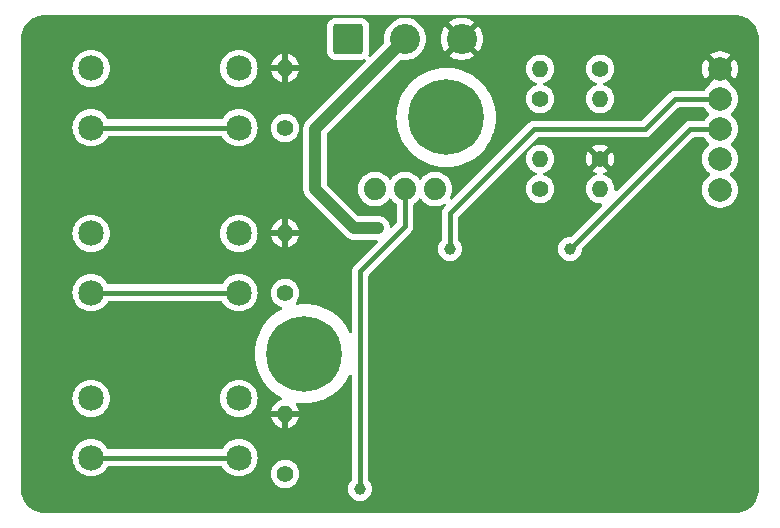
<source format=gbr>
%TF.GenerationSoftware,KiCad,Pcbnew,8.0.6*%
%TF.CreationDate,2024-11-29T18:38:07+11:00*%
%TF.ProjectId,pcb,7063622e-6b69-4636-9164-5f7063625858,rev?*%
%TF.SameCoordinates,Original*%
%TF.FileFunction,Copper,L2,Bot*%
%TF.FilePolarity,Positive*%
%FSLAX46Y46*%
G04 Gerber Fmt 4.6, Leading zero omitted, Abs format (unit mm)*
G04 Created by KiCad (PCBNEW 8.0.6) date 2024-11-29 18:38:07*
%MOMM*%
%LPD*%
G01*
G04 APERTURE LIST*
G04 Aperture macros list*
%AMRoundRect*
0 Rectangle with rounded corners*
0 $1 Rounding radius*
0 $2 $3 $4 $5 $6 $7 $8 $9 X,Y pos of 4 corners*
0 Add a 4 corners polygon primitive as box body*
4,1,4,$2,$3,$4,$5,$6,$7,$8,$9,$2,$3,0*
0 Add four circle primitives for the rounded corners*
1,1,$1+$1,$2,$3*
1,1,$1+$1,$4,$5*
1,1,$1+$1,$6,$7*
1,1,$1+$1,$8,$9*
0 Add four rect primitives between the rounded corners*
20,1,$1+$1,$2,$3,$4,$5,0*
20,1,$1+$1,$4,$5,$6,$7,0*
20,1,$1+$1,$6,$7,$8,$9,0*
20,1,$1+$1,$8,$9,$2,$3,0*%
G04 Aperture macros list end*
%TA.AperFunction,ComponentPad*%
%ADD10C,1.400000*%
%TD*%
%TA.AperFunction,ComponentPad*%
%ADD11O,1.400000X1.400000*%
%TD*%
%TA.AperFunction,ComponentPad*%
%ADD12C,6.400000*%
%TD*%
%TA.AperFunction,ComponentPad*%
%ADD13C,1.879600*%
%TD*%
%TA.AperFunction,ComponentPad*%
%ADD14C,2.000000*%
%TD*%
%TA.AperFunction,ComponentPad*%
%ADD15C,2.159000*%
%TD*%
%TA.AperFunction,ComponentPad*%
%ADD16RoundRect,0.249999X-1.025001X-1.025001X1.025001X-1.025001X1.025001X1.025001X-1.025001X1.025001X0*%
%TD*%
%TA.AperFunction,ComponentPad*%
%ADD17C,2.550000*%
%TD*%
%TA.AperFunction,ViaPad*%
%ADD18C,1.000000*%
%TD*%
%TA.AperFunction,Conductor*%
%ADD19C,0.400000*%
%TD*%
%TA.AperFunction,Conductor*%
%ADD20C,1.000000*%
%TD*%
G04 APERTURE END LIST*
D10*
%TO.P,R7,1*%
%TO.N,SCL*%
X74930000Y-30480000D03*
D11*
%TO.P,R7,2*%
%TO.N,VCC*%
X69850000Y-30480000D03*
%TD*%
D12*
%TO.P,H2,1*%
%TO.N,N/C*%
X61900000Y-34580000D03*
%TD*%
D13*
%TO.P,SW4,1,A*%
%TO.N,Net-(SW4-A)*%
X55880000Y-40640000D03*
%TO.P,SW4,2,B*%
%TO.N,SW4*%
X58420000Y-40640000D03*
%TO.P,SW4,3,C*%
%TO.N,Net-(SW4-C)*%
X60960000Y-40640000D03*
%TD*%
D14*
%TO.P,A1,1,Pin_1*%
%TO.N,VCC*%
X85090000Y-40720000D03*
%TO.P,A1,2,Pin_2*%
%TO.N,SDA*%
X85090000Y-38100000D03*
%TO.P,A1,3,Pin_3*%
%TO.N,SCL*%
X85090000Y-35560000D03*
%TO.P,A1,4,Pin_4*%
%TO.N,INT*%
X85090000Y-33020000D03*
%TO.P,A1,5,Pin_5*%
%TO.N,GND*%
X85090000Y-30480000D03*
%TD*%
D15*
%TO.P,SW2,1,1*%
%TO.N,VCC*%
X31850000Y-44410000D03*
X44350000Y-44410000D03*
%TO.P,SW2,2,2*%
%TO.N,SW2*%
X31850000Y-49410000D03*
X44350000Y-49410000D03*
%TD*%
D10*
%TO.P,R3,1*%
%TO.N,SW3*%
X48260000Y-64770000D03*
D11*
%TO.P,R3,2*%
%TO.N,GND*%
X48260000Y-59690000D03*
%TD*%
D10*
%TO.P,R4,1*%
%TO.N,Net-(SW4-A)*%
X69850000Y-40640000D03*
D11*
%TO.P,R4,2*%
%TO.N,VCC*%
X74930000Y-40640000D03*
%TD*%
D12*
%TO.P,H1,1*%
%TO.N,N/C*%
X49900000Y-54580000D03*
%TD*%
D16*
%TO.P,J1,1,Pin_1*%
%TO.N,VCC*%
X53620000Y-27940000D03*
D17*
%TO.P,J1,2,Pin_2*%
%TO.N,LEDDATA*%
X58420000Y-27940000D03*
%TO.P,J1,3,Pin_3*%
%TO.N,GND*%
X63220000Y-27940000D03*
%TD*%
D10*
%TO.P,R1,1*%
%TO.N,SW1*%
X48260000Y-35480000D03*
D11*
%TO.P,R1,2*%
%TO.N,GND*%
X48260000Y-30400000D03*
%TD*%
D10*
%TO.P,R5,1*%
%TO.N,GND*%
X74930000Y-38100000D03*
D11*
%TO.P,R5,2*%
%TO.N,Net-(SW4-C)*%
X69850000Y-38100000D03*
%TD*%
D15*
%TO.P,SW1,1,1*%
%TO.N,VCC*%
X31850000Y-30440000D03*
X44350000Y-30440000D03*
%TO.P,SW1,2,2*%
%TO.N,SW1*%
X31850000Y-35440000D03*
X44350000Y-35440000D03*
%TD*%
D10*
%TO.P,R6,1*%
%TO.N,VCC*%
X69850000Y-33020000D03*
D11*
%TO.P,R6,2*%
%TO.N,SDA*%
X74930000Y-33020000D03*
%TD*%
D15*
%TO.P,SW3,1,1*%
%TO.N,VCC*%
X31850000Y-58380000D03*
X44350000Y-58380000D03*
%TO.P,SW3,2,2*%
%TO.N,SW3*%
X31850000Y-63380000D03*
X44350000Y-63380000D03*
%TD*%
D10*
%TO.P,R2,1*%
%TO.N,SW2*%
X48260000Y-49450000D03*
D11*
%TO.P,R2,2*%
%TO.N,GND*%
X48260000Y-44370000D03*
%TD*%
D18*
%TO.N,GND*%
X80010000Y-45720000D03*
%TO.N,INT*%
X62230000Y-45720000D03*
%TO.N,LEDDATA*%
X56134000Y-43942000D03*
%TO.N,SCL*%
X72390000Y-45720000D03*
%TO.N,SW4*%
X54610000Y-66040000D03*
%TD*%
D19*
%TO.N,SW4*%
X54610000Y-66040000D02*
X54610000Y-47625000D01*
X58420000Y-43815000D02*
X58420000Y-40640000D01*
X54610000Y-47625000D02*
X58420000Y-43815000D01*
D20*
%TO.N,LEDDATA*%
X56134000Y-43942000D02*
X54102000Y-43942000D01*
X50800000Y-40640000D02*
X50800000Y-35560000D01*
X54102000Y-43942000D02*
X50800000Y-40640000D01*
X50800000Y-35560000D02*
X58420000Y-27940000D01*
D19*
%TO.N,INT*%
X85090000Y-33020000D02*
X81280000Y-33020000D01*
X81280000Y-33020000D02*
X78740000Y-35560000D01*
X78740000Y-35560000D02*
X69342000Y-35560000D01*
X69342000Y-35560000D02*
X62230000Y-42672000D01*
X62230000Y-42672000D02*
X62230000Y-45720000D01*
%TO.N,SCL*%
X72390000Y-45720000D02*
X82550000Y-35560000D01*
X82550000Y-35560000D02*
X85090000Y-35560000D01*
%TO.N,SW1*%
X31850000Y-35440000D02*
X44350000Y-35440000D01*
%TO.N,SW2*%
X31850000Y-49410000D02*
X44350000Y-49410000D01*
%TO.N,SW3*%
X31850000Y-63380000D02*
X44350000Y-63380000D01*
%TD*%
%TA.AperFunction,Conductor*%
%TO.N,GND*%
G36*
X86364042Y-25900765D02*
G01*
X86386774Y-25902254D01*
X86618114Y-25917417D01*
X86634172Y-25919532D01*
X86879888Y-25968408D01*
X86895554Y-25972606D01*
X87046736Y-26023925D01*
X87132788Y-26053136D01*
X87147765Y-26059339D01*
X87361011Y-26164500D01*
X87372460Y-26170146D01*
X87386508Y-26178256D01*
X87594815Y-26317443D01*
X87607679Y-26327314D01*
X87796033Y-26492497D01*
X87807502Y-26503966D01*
X87972685Y-26692320D01*
X87982559Y-26705188D01*
X88121743Y-26913492D01*
X88129853Y-26927539D01*
X88240657Y-27152227D01*
X88246864Y-27167213D01*
X88327393Y-27404445D01*
X88331591Y-27420111D01*
X88380465Y-27665813D01*
X88382583Y-27681895D01*
X88399235Y-27935956D01*
X88399500Y-27944066D01*
X88399500Y-66035933D01*
X88399235Y-66044043D01*
X88382583Y-66298104D01*
X88380465Y-66314186D01*
X88331591Y-66559888D01*
X88327393Y-66575554D01*
X88246864Y-66812786D01*
X88240657Y-66827772D01*
X88129853Y-67052460D01*
X88121743Y-67066507D01*
X87982559Y-67274811D01*
X87972685Y-67287679D01*
X87807502Y-67476033D01*
X87796033Y-67487502D01*
X87607679Y-67652685D01*
X87594811Y-67662559D01*
X87386507Y-67801743D01*
X87372460Y-67809853D01*
X87147772Y-67920657D01*
X87132786Y-67926864D01*
X86895554Y-68007393D01*
X86879888Y-68011591D01*
X86634186Y-68060465D01*
X86618104Y-68062583D01*
X86364043Y-68079235D01*
X86355933Y-68079500D01*
X27944067Y-68079500D01*
X27935957Y-68079235D01*
X27681895Y-68062583D01*
X27665814Y-68060465D01*
X27630770Y-68053494D01*
X27420111Y-68011591D01*
X27404445Y-68007393D01*
X27167213Y-67926864D01*
X27152227Y-67920657D01*
X26927539Y-67809853D01*
X26913492Y-67801743D01*
X26705188Y-67662559D01*
X26692320Y-67652685D01*
X26503966Y-67487502D01*
X26492497Y-67476033D01*
X26327314Y-67287679D01*
X26317440Y-67274811D01*
X26178256Y-67066507D01*
X26170146Y-67052460D01*
X26059464Y-66828019D01*
X26059339Y-66827765D01*
X26053135Y-66812786D01*
X25972606Y-66575554D01*
X25968408Y-66559888D01*
X25941524Y-66424733D01*
X25919532Y-66314172D01*
X25917417Y-66298114D01*
X25900765Y-66044042D01*
X25900500Y-66035933D01*
X25900500Y-63380000D01*
X30265114Y-63380000D01*
X30284627Y-63627934D01*
X30342684Y-63869759D01*
X30437855Y-64099523D01*
X30567796Y-64311568D01*
X30567797Y-64311570D01*
X30587361Y-64334476D01*
X30729316Y-64500684D01*
X30875706Y-64625713D01*
X30918429Y-64662202D01*
X30918431Y-64662203D01*
X31130476Y-64792144D01*
X31360240Y-64887315D01*
X31360241Y-64887315D01*
X31360243Y-64887316D01*
X31602069Y-64945373D01*
X31850000Y-64964886D01*
X32097931Y-64945373D01*
X32339757Y-64887316D01*
X32569523Y-64792144D01*
X32781573Y-64662200D01*
X32970684Y-64500684D01*
X33132200Y-64311573D01*
X33143213Y-64293600D01*
X33237518Y-64139710D01*
X33289329Y-64092835D01*
X33343245Y-64080500D01*
X42856755Y-64080500D01*
X42923794Y-64100185D01*
X42962482Y-64139710D01*
X43067796Y-64311568D01*
X43067797Y-64311570D01*
X43087361Y-64334476D01*
X43229316Y-64500684D01*
X43375706Y-64625713D01*
X43418429Y-64662202D01*
X43418431Y-64662203D01*
X43630476Y-64792144D01*
X43860240Y-64887315D01*
X43860241Y-64887315D01*
X43860243Y-64887316D01*
X44102069Y-64945373D01*
X44350000Y-64964886D01*
X44597931Y-64945373D01*
X44839757Y-64887316D01*
X45069523Y-64792144D01*
X45105660Y-64769999D01*
X47054357Y-64769999D01*
X47054357Y-64770000D01*
X47074884Y-64991535D01*
X47074885Y-64991537D01*
X47135769Y-65205523D01*
X47135775Y-65205538D01*
X47234938Y-65404683D01*
X47234943Y-65404691D01*
X47369020Y-65582238D01*
X47533437Y-65732123D01*
X47533439Y-65732125D01*
X47722595Y-65849245D01*
X47722596Y-65849245D01*
X47722599Y-65849247D01*
X47930060Y-65929618D01*
X48148757Y-65970500D01*
X48148759Y-65970500D01*
X48371241Y-65970500D01*
X48371243Y-65970500D01*
X48589940Y-65929618D01*
X48797401Y-65849247D01*
X48986562Y-65732124D01*
X49150981Y-65582236D01*
X49285058Y-65404689D01*
X49384229Y-65205528D01*
X49445115Y-64991536D01*
X49465643Y-64770000D01*
X49445115Y-64548464D01*
X49384229Y-64334472D01*
X49372827Y-64311573D01*
X49285061Y-64135316D01*
X49285056Y-64135308D01*
X49150979Y-63957761D01*
X48986562Y-63807876D01*
X48986560Y-63807874D01*
X48797404Y-63690754D01*
X48797398Y-63690752D01*
X48589940Y-63610382D01*
X48371243Y-63569500D01*
X48148757Y-63569500D01*
X47930060Y-63610382D01*
X47798864Y-63661207D01*
X47722601Y-63690752D01*
X47722595Y-63690754D01*
X47533439Y-63807874D01*
X47533437Y-63807876D01*
X47369020Y-63957761D01*
X47234943Y-64135308D01*
X47234938Y-64135316D01*
X47135775Y-64334461D01*
X47135769Y-64334476D01*
X47074885Y-64548462D01*
X47074884Y-64548464D01*
X47054357Y-64769999D01*
X45105660Y-64769999D01*
X45281573Y-64662200D01*
X45470684Y-64500684D01*
X45632200Y-64311573D01*
X45762144Y-64099523D01*
X45857316Y-63869757D01*
X45915373Y-63627931D01*
X45934886Y-63380000D01*
X45915373Y-63132069D01*
X45857316Y-62890243D01*
X45770024Y-62679500D01*
X45762144Y-62660476D01*
X45632203Y-62448431D01*
X45632202Y-62448429D01*
X45595713Y-62405706D01*
X45470684Y-62259316D01*
X45345653Y-62152530D01*
X45281570Y-62097797D01*
X45281568Y-62097796D01*
X45069523Y-61967855D01*
X44839759Y-61872684D01*
X44597934Y-61814627D01*
X44350000Y-61795114D01*
X44102065Y-61814627D01*
X43860240Y-61872684D01*
X43630476Y-61967855D01*
X43418431Y-62097796D01*
X43418429Y-62097797D01*
X43229316Y-62259316D01*
X43067797Y-62448429D01*
X43067796Y-62448431D01*
X42962482Y-62620290D01*
X42910671Y-62667165D01*
X42856755Y-62679500D01*
X33343245Y-62679500D01*
X33276206Y-62659815D01*
X33237518Y-62620290D01*
X33132203Y-62448431D01*
X33132202Y-62448429D01*
X33095713Y-62405706D01*
X32970684Y-62259316D01*
X32845653Y-62152530D01*
X32781570Y-62097797D01*
X32781568Y-62097796D01*
X32569523Y-61967855D01*
X32339759Y-61872684D01*
X32097934Y-61814627D01*
X31850000Y-61795114D01*
X31602065Y-61814627D01*
X31360240Y-61872684D01*
X31130476Y-61967855D01*
X30918431Y-62097796D01*
X30918429Y-62097797D01*
X30729316Y-62259316D01*
X30567797Y-62448429D01*
X30567796Y-62448431D01*
X30437855Y-62660476D01*
X30342684Y-62890240D01*
X30284627Y-63132065D01*
X30265114Y-63380000D01*
X25900500Y-63380000D01*
X25900500Y-58380000D01*
X30265114Y-58380000D01*
X30284627Y-58627934D01*
X30342684Y-58869759D01*
X30437855Y-59099523D01*
X30567796Y-59311568D01*
X30567797Y-59311570D01*
X30567800Y-59311573D01*
X30729316Y-59500684D01*
X30792801Y-59554905D01*
X30918429Y-59662202D01*
X30918431Y-59662203D01*
X31130476Y-59792144D01*
X31360240Y-59887315D01*
X31360241Y-59887315D01*
X31360243Y-59887316D01*
X31602069Y-59945373D01*
X31850000Y-59964886D01*
X32097931Y-59945373D01*
X32339757Y-59887316D01*
X32569523Y-59792144D01*
X32781573Y-59662200D01*
X32970684Y-59500684D01*
X33132200Y-59311573D01*
X33262144Y-59099523D01*
X33357316Y-58869757D01*
X33415373Y-58627931D01*
X33434886Y-58380000D01*
X42765114Y-58380000D01*
X42784627Y-58627934D01*
X42842684Y-58869759D01*
X42937855Y-59099523D01*
X43067796Y-59311568D01*
X43067797Y-59311570D01*
X43067800Y-59311573D01*
X43229316Y-59500684D01*
X43292801Y-59554905D01*
X43418429Y-59662202D01*
X43418431Y-59662203D01*
X43630476Y-59792144D01*
X43860240Y-59887315D01*
X43860241Y-59887315D01*
X43860243Y-59887316D01*
X44102069Y-59945373D01*
X44350000Y-59964886D01*
X44597931Y-59945373D01*
X44620311Y-59940000D01*
X47083505Y-59940000D01*
X47136239Y-60125349D01*
X47235368Y-60324425D01*
X47369391Y-60501900D01*
X47533738Y-60651721D01*
X47722820Y-60768797D01*
X47722822Y-60768798D01*
X47930195Y-60849135D01*
X48010000Y-60864052D01*
X48510000Y-60864052D01*
X48589804Y-60849135D01*
X48797177Y-60768798D01*
X48797179Y-60768797D01*
X48986261Y-60651721D01*
X49150608Y-60501900D01*
X49284631Y-60324425D01*
X49383760Y-60125349D01*
X49436495Y-59940000D01*
X48510000Y-59940000D01*
X48510000Y-60864052D01*
X48010000Y-60864052D01*
X48010000Y-59940000D01*
X47083505Y-59940000D01*
X44620311Y-59940000D01*
X44839757Y-59887316D01*
X45069523Y-59792144D01*
X45281573Y-59662200D01*
X45470684Y-59500684D01*
X45632200Y-59311573D01*
X45762144Y-59099523D01*
X45857316Y-58869757D01*
X45915373Y-58627931D01*
X45934886Y-58380000D01*
X45915373Y-58132069D01*
X45857316Y-57890243D01*
X45857315Y-57890240D01*
X45762144Y-57660476D01*
X45632203Y-57448431D01*
X45632202Y-57448429D01*
X45595713Y-57405706D01*
X45470684Y-57259316D01*
X45345653Y-57152530D01*
X45281570Y-57097797D01*
X45281568Y-57097796D01*
X45069523Y-56967855D01*
X44839759Y-56872684D01*
X44597934Y-56814627D01*
X44350000Y-56795114D01*
X44102065Y-56814627D01*
X43860240Y-56872684D01*
X43630476Y-56967855D01*
X43418431Y-57097796D01*
X43418429Y-57097797D01*
X43229316Y-57259316D01*
X43067797Y-57448429D01*
X43067796Y-57448431D01*
X42937855Y-57660476D01*
X42842684Y-57890240D01*
X42784627Y-58132065D01*
X42765114Y-58380000D01*
X33434886Y-58380000D01*
X33415373Y-58132069D01*
X33357316Y-57890243D01*
X33357315Y-57890240D01*
X33262144Y-57660476D01*
X33132203Y-57448431D01*
X33132202Y-57448429D01*
X33095713Y-57405706D01*
X32970684Y-57259316D01*
X32845653Y-57152530D01*
X32781570Y-57097797D01*
X32781568Y-57097796D01*
X32569523Y-56967855D01*
X32339759Y-56872684D01*
X32097934Y-56814627D01*
X31850000Y-56795114D01*
X31602065Y-56814627D01*
X31360240Y-56872684D01*
X31130476Y-56967855D01*
X30918431Y-57097796D01*
X30918429Y-57097797D01*
X30729316Y-57259316D01*
X30567797Y-57448429D01*
X30567796Y-57448431D01*
X30437855Y-57660476D01*
X30342684Y-57890240D01*
X30284627Y-58132065D01*
X30265114Y-58380000D01*
X25900500Y-58380000D01*
X25900500Y-54580000D01*
X45694434Y-54580000D01*
X45714685Y-54992218D01*
X45714685Y-54992223D01*
X45714686Y-54992227D01*
X45775244Y-55400471D01*
X45875527Y-55800821D01*
X46014555Y-56189379D01*
X46014562Y-56189395D01*
X46014564Y-56189400D01*
X46191022Y-56562490D01*
X46191024Y-56562493D01*
X46403198Y-56916484D01*
X46649058Y-57247988D01*
X46926215Y-57553784D01*
X47232011Y-57830941D01*
X47232017Y-57830946D01*
X47563513Y-58076800D01*
X47917510Y-58288978D01*
X47917514Y-58288980D01*
X47917516Y-58288981D01*
X47943387Y-58301217D01*
X47995575Y-58347674D01*
X48014361Y-58414970D01*
X47993782Y-58481741D01*
X47940370Y-58526785D01*
X47935166Y-58528938D01*
X47722831Y-58611197D01*
X47722820Y-58611202D01*
X47533738Y-58728278D01*
X47369391Y-58878099D01*
X47235368Y-59055574D01*
X47136239Y-59254650D01*
X47083505Y-59440000D01*
X48015025Y-59440000D01*
X47979930Y-59475095D01*
X47933852Y-59554905D01*
X47910000Y-59643922D01*
X47910000Y-59736078D01*
X47933852Y-59825095D01*
X47979930Y-59904905D01*
X48045095Y-59970070D01*
X48124905Y-60016148D01*
X48213922Y-60040000D01*
X48306078Y-60040000D01*
X48395095Y-60016148D01*
X48474905Y-59970070D01*
X48540070Y-59904905D01*
X48586148Y-59825095D01*
X48610000Y-59736078D01*
X48610000Y-59643922D01*
X48586148Y-59554905D01*
X48540070Y-59475095D01*
X48504975Y-59440000D01*
X49436495Y-59440000D01*
X49383760Y-59254650D01*
X49284631Y-59055574D01*
X49194798Y-58936617D01*
X49170106Y-58871256D01*
X49184671Y-58802921D01*
X49233868Y-58753309D01*
X49302078Y-58738170D01*
X49311941Y-58739231D01*
X49487782Y-58765315D01*
X49900000Y-58785566D01*
X50312218Y-58765315D01*
X50720465Y-58704757D01*
X51120811Y-58604476D01*
X51337942Y-58526785D01*
X51509379Y-58465444D01*
X51509385Y-58465441D01*
X51509400Y-58465436D01*
X51882490Y-58288978D01*
X52236487Y-58076800D01*
X52567983Y-57830946D01*
X52873784Y-57553784D01*
X53150946Y-57247983D01*
X53396800Y-56916487D01*
X53608978Y-56562490D01*
X53673406Y-56426267D01*
X53719863Y-56374083D01*
X53787160Y-56355297D01*
X53853930Y-56375877D01*
X53898974Y-56429289D01*
X53909500Y-56479286D01*
X53909500Y-65272096D01*
X53889815Y-65339135D01*
X53881353Y-65350761D01*
X53774090Y-65481460D01*
X53774086Y-65481467D01*
X53681188Y-65655266D01*
X53623975Y-65843870D01*
X53604659Y-66040000D01*
X53623975Y-66236129D01*
X53681188Y-66424733D01*
X53774086Y-66598532D01*
X53774090Y-66598539D01*
X53899116Y-66750883D01*
X54051460Y-66875909D01*
X54051467Y-66875913D01*
X54225266Y-66968811D01*
X54225269Y-66968811D01*
X54225273Y-66968814D01*
X54413868Y-67026024D01*
X54610000Y-67045341D01*
X54806132Y-67026024D01*
X54994727Y-66968814D01*
X55168538Y-66875910D01*
X55320883Y-66750883D01*
X55445910Y-66598538D01*
X55538814Y-66424727D01*
X55596024Y-66236132D01*
X55615341Y-66040000D01*
X55596024Y-65843868D01*
X55538814Y-65655273D01*
X55538811Y-65655269D01*
X55538811Y-65655266D01*
X55445913Y-65481467D01*
X55445909Y-65481460D01*
X55338647Y-65350761D01*
X55311334Y-65286451D01*
X55310500Y-65272096D01*
X55310500Y-47966519D01*
X55330185Y-47899480D01*
X55346819Y-47878838D01*
X58964112Y-44261545D01*
X58964114Y-44261543D01*
X59040775Y-44146811D01*
X59051881Y-44120000D01*
X59084793Y-44040541D01*
X59093580Y-44019328D01*
X59110424Y-43934650D01*
X59120500Y-43883996D01*
X59120500Y-41972480D01*
X59140185Y-41905441D01*
X59185481Y-41863425D01*
X59210469Y-41849903D01*
X59398832Y-41703295D01*
X59560494Y-41527682D01*
X59586191Y-41488350D01*
X59639337Y-41442993D01*
X59708568Y-41433569D01*
X59771904Y-41463071D01*
X59793809Y-41488350D01*
X59819506Y-41527682D01*
X59981168Y-41703295D01*
X60169531Y-41849903D01*
X60379455Y-41963509D01*
X60605216Y-42041012D01*
X60840653Y-42080300D01*
X60840654Y-42080300D01*
X61079346Y-42080300D01*
X61079347Y-42080300D01*
X61314784Y-42041012D01*
X61540545Y-41963509D01*
X61679712Y-41888194D01*
X61748040Y-41873599D01*
X61813412Y-41898261D01*
X61855073Y-41954351D01*
X61859797Y-42024061D01*
X61826412Y-42084930D01*
X61685886Y-42225456D01*
X61609222Y-42340192D01*
X61556421Y-42467667D01*
X61556418Y-42467677D01*
X61529500Y-42603004D01*
X61529500Y-44952096D01*
X61509815Y-45019135D01*
X61501353Y-45030761D01*
X61394090Y-45161460D01*
X61394086Y-45161467D01*
X61301188Y-45335266D01*
X61243975Y-45523870D01*
X61224659Y-45720000D01*
X61243975Y-45916129D01*
X61301188Y-46104733D01*
X61394086Y-46278532D01*
X61394090Y-46278539D01*
X61519116Y-46430883D01*
X61671460Y-46555909D01*
X61671467Y-46555913D01*
X61845266Y-46648811D01*
X61845269Y-46648811D01*
X61845273Y-46648814D01*
X62033868Y-46706024D01*
X62230000Y-46725341D01*
X62426132Y-46706024D01*
X62614727Y-46648814D01*
X62788538Y-46555910D01*
X62940883Y-46430883D01*
X63065910Y-46278538D01*
X63158814Y-46104727D01*
X63216024Y-45916132D01*
X63235341Y-45720000D01*
X63216024Y-45523868D01*
X63158814Y-45335273D01*
X63158811Y-45335269D01*
X63158811Y-45335266D01*
X63065913Y-45161467D01*
X63065909Y-45161460D01*
X62958647Y-45030761D01*
X62931334Y-44966451D01*
X62930500Y-44952096D01*
X62930500Y-43013519D01*
X62950185Y-42946480D01*
X62966819Y-42925838D01*
X67792658Y-38099999D01*
X68644357Y-38099999D01*
X68644357Y-38100000D01*
X68664884Y-38321535D01*
X68664885Y-38321537D01*
X68725769Y-38535523D01*
X68725775Y-38535538D01*
X68824938Y-38734683D01*
X68824943Y-38734691D01*
X68959020Y-38912238D01*
X69123437Y-39062123D01*
X69123439Y-39062125D01*
X69312595Y-39179245D01*
X69312596Y-39179245D01*
X69312599Y-39179247D01*
X69506524Y-39254374D01*
X69561924Y-39296946D01*
X69585515Y-39362713D01*
X69569804Y-39430793D01*
X69519780Y-39479572D01*
X69506533Y-39485622D01*
X69358488Y-39542975D01*
X69312601Y-39560752D01*
X69312595Y-39560754D01*
X69123439Y-39677874D01*
X69123437Y-39677876D01*
X68959020Y-39827761D01*
X68824943Y-40005308D01*
X68824938Y-40005316D01*
X68725775Y-40204461D01*
X68725769Y-40204476D01*
X68664885Y-40418462D01*
X68664884Y-40418464D01*
X68644357Y-40639999D01*
X68644357Y-40640000D01*
X68664884Y-40861535D01*
X68664885Y-40861537D01*
X68725769Y-41075523D01*
X68725775Y-41075538D01*
X68824938Y-41274683D01*
X68824943Y-41274691D01*
X68959020Y-41452238D01*
X69123437Y-41602123D01*
X69123439Y-41602125D01*
X69312595Y-41719245D01*
X69312596Y-41719245D01*
X69312599Y-41719247D01*
X69520060Y-41799618D01*
X69738757Y-41840500D01*
X69738759Y-41840500D01*
X69961241Y-41840500D01*
X69961243Y-41840500D01*
X70179940Y-41799618D01*
X70387401Y-41719247D01*
X70576562Y-41602124D01*
X70740981Y-41452236D01*
X70875058Y-41274689D01*
X70974229Y-41075528D01*
X71035115Y-40861536D01*
X71055643Y-40640000D01*
X71055642Y-40639994D01*
X71035115Y-40418464D01*
X71035114Y-40418462D01*
X71030467Y-40402130D01*
X70974229Y-40204472D01*
X70972289Y-40200576D01*
X70875061Y-40005316D01*
X70875056Y-40005308D01*
X70740979Y-39827761D01*
X70576562Y-39677876D01*
X70576560Y-39677874D01*
X70387404Y-39560754D01*
X70387395Y-39560750D01*
X70293956Y-39524552D01*
X70193475Y-39485625D01*
X70138075Y-39443054D01*
X70114484Y-39377288D01*
X70130195Y-39309207D01*
X70180219Y-39260428D01*
X70193466Y-39254377D01*
X70387401Y-39179247D01*
X70576562Y-39062124D01*
X70740981Y-38912236D01*
X70875058Y-38734689D01*
X70974229Y-38535528D01*
X71035115Y-38321536D01*
X71055643Y-38100000D01*
X71055643Y-38099999D01*
X73724859Y-38099999D01*
X73724859Y-38100000D01*
X73745378Y-38321439D01*
X73806240Y-38535350D01*
X73905369Y-38734428D01*
X73921137Y-38755308D01*
X73921138Y-38755308D01*
X74576447Y-38100000D01*
X74530369Y-38053922D01*
X74580000Y-38053922D01*
X74580000Y-38146078D01*
X74603852Y-38235095D01*
X74649930Y-38314905D01*
X74715095Y-38380070D01*
X74794905Y-38426148D01*
X74883922Y-38450000D01*
X74976078Y-38450000D01*
X75065095Y-38426148D01*
X75144905Y-38380070D01*
X75210070Y-38314905D01*
X75256148Y-38235095D01*
X75280000Y-38146078D01*
X75280000Y-38099999D01*
X75283553Y-38099999D01*
X75283553Y-38100000D01*
X75938861Y-38755308D01*
X75954631Y-38734425D01*
X75954633Y-38734422D01*
X76053759Y-38535350D01*
X76114621Y-38321439D01*
X76135141Y-38100000D01*
X76135141Y-38099999D01*
X76114621Y-37878560D01*
X76053759Y-37664649D01*
X75954635Y-37465580D01*
X75954630Y-37465572D01*
X75938860Y-37444690D01*
X75283553Y-38099999D01*
X75280000Y-38099999D01*
X75280000Y-38053922D01*
X75256148Y-37964905D01*
X75210070Y-37885095D01*
X75144905Y-37819930D01*
X75065095Y-37773852D01*
X74976078Y-37750000D01*
X74883922Y-37750000D01*
X74794905Y-37773852D01*
X74715095Y-37819930D01*
X74649930Y-37885095D01*
X74603852Y-37964905D01*
X74580000Y-38053922D01*
X74530369Y-38053922D01*
X73921138Y-37444691D01*
X73921137Y-37444691D01*
X73905368Y-37465574D01*
X73806240Y-37664649D01*
X73745378Y-37878560D01*
X73724859Y-38099999D01*
X71055643Y-38099999D01*
X71055642Y-38099994D01*
X71035115Y-37878464D01*
X71035114Y-37878462D01*
X71027638Y-37852187D01*
X70974229Y-37664472D01*
X70974224Y-37664461D01*
X70875061Y-37465316D01*
X70875056Y-37465308D01*
X70740979Y-37287761D01*
X70576562Y-37137876D01*
X70576560Y-37137874D01*
X70504278Y-37093119D01*
X74276671Y-37093119D01*
X74930000Y-37746447D01*
X74930001Y-37746447D01*
X75583327Y-37093119D01*
X75467178Y-37021202D01*
X75467177Y-37021201D01*
X75259804Y-36940865D01*
X75041193Y-36900000D01*
X74818807Y-36900000D01*
X74600195Y-36940865D01*
X74392824Y-37021200D01*
X74392823Y-37021201D01*
X74276671Y-37093119D01*
X70504278Y-37093119D01*
X70387404Y-37020754D01*
X70387398Y-37020752D01*
X70179940Y-36940382D01*
X69961243Y-36899500D01*
X69738757Y-36899500D01*
X69520060Y-36940382D01*
X69388864Y-36991207D01*
X69312601Y-37020752D01*
X69312595Y-37020754D01*
X69123439Y-37137874D01*
X69123437Y-37137876D01*
X68959020Y-37287761D01*
X68824943Y-37465308D01*
X68824938Y-37465316D01*
X68725775Y-37664461D01*
X68725769Y-37664476D01*
X68664885Y-37878462D01*
X68664884Y-37878464D01*
X68644357Y-38099999D01*
X67792658Y-38099999D01*
X69595838Y-36296819D01*
X69657161Y-36263334D01*
X69683519Y-36260500D01*
X78808996Y-36260500D01*
X78900040Y-36242389D01*
X78944328Y-36233580D01*
X79026098Y-36199710D01*
X79071807Y-36180777D01*
X79071808Y-36180776D01*
X79071811Y-36180775D01*
X79186543Y-36104114D01*
X81533837Y-33756818D01*
X81595160Y-33723334D01*
X81621518Y-33720500D01*
X83688198Y-33720500D01*
X83755237Y-33740185D01*
X83792007Y-33776679D01*
X83901833Y-33944782D01*
X83901836Y-33944785D01*
X84070256Y-34127738D01*
X84153008Y-34192147D01*
X84193821Y-34248857D01*
X84197496Y-34318630D01*
X84162864Y-34379313D01*
X84153014Y-34387848D01*
X84094400Y-34433469D01*
X84070257Y-34452261D01*
X83901833Y-34635217D01*
X83792007Y-34803321D01*
X83738861Y-34848678D01*
X83688198Y-34859500D01*
X82481004Y-34859500D01*
X82345677Y-34886418D01*
X82345667Y-34886421D01*
X82218192Y-34939222D01*
X82103454Y-35015887D01*
X76343381Y-40775960D01*
X76282058Y-40809445D01*
X76212366Y-40804461D01*
X76156433Y-40762589D01*
X76132016Y-40697125D01*
X76132228Y-40676844D01*
X76135643Y-40640000D01*
X76115115Y-40418464D01*
X76054229Y-40204472D01*
X76052289Y-40200576D01*
X75955061Y-40005316D01*
X75955056Y-40005308D01*
X75820979Y-39827761D01*
X75656562Y-39677876D01*
X75656560Y-39677874D01*
X75467404Y-39560754D01*
X75467398Y-39560751D01*
X75308806Y-39499313D01*
X75272784Y-39485358D01*
X75217385Y-39442786D01*
X75193794Y-39377019D01*
X75209505Y-39308939D01*
X75259529Y-39260160D01*
X75272786Y-39254105D01*
X75467177Y-39178797D01*
X75467181Y-39178795D01*
X75583326Y-39106879D01*
X74930001Y-38453553D01*
X74930000Y-38453553D01*
X74276672Y-39106879D01*
X74276672Y-39106880D01*
X74392821Y-39178797D01*
X74392822Y-39178798D01*
X74587213Y-39254105D01*
X74642614Y-39296678D01*
X74666205Y-39362445D01*
X74650494Y-39430525D01*
X74600470Y-39479304D01*
X74587213Y-39485359D01*
X74392601Y-39560751D01*
X74392595Y-39560754D01*
X74203439Y-39677874D01*
X74203437Y-39677876D01*
X74039020Y-39827761D01*
X73904943Y-40005308D01*
X73904938Y-40005316D01*
X73805775Y-40204461D01*
X73805769Y-40204476D01*
X73744885Y-40418462D01*
X73744884Y-40418464D01*
X73724357Y-40639999D01*
X73724357Y-40640000D01*
X73744884Y-40861535D01*
X73744885Y-40861537D01*
X73805769Y-41075523D01*
X73805775Y-41075538D01*
X73904938Y-41274683D01*
X73904943Y-41274691D01*
X74039020Y-41452238D01*
X74203437Y-41602123D01*
X74203439Y-41602125D01*
X74392595Y-41719245D01*
X74392596Y-41719245D01*
X74392599Y-41719247D01*
X74600060Y-41799618D01*
X74818757Y-41840500D01*
X74818759Y-41840500D01*
X74979480Y-41840500D01*
X75046519Y-41860185D01*
X75092274Y-41912989D01*
X75102218Y-41982147D01*
X75073193Y-42045703D01*
X75067161Y-42052181D01*
X72437660Y-44681681D01*
X72376337Y-44715166D01*
X72362133Y-44717403D01*
X72193870Y-44733975D01*
X72005266Y-44791188D01*
X71831467Y-44884086D01*
X71831460Y-44884090D01*
X71679116Y-45009116D01*
X71554090Y-45161460D01*
X71554086Y-45161467D01*
X71461188Y-45335266D01*
X71403975Y-45523870D01*
X71384659Y-45720000D01*
X71403975Y-45916129D01*
X71461188Y-46104733D01*
X71554086Y-46278532D01*
X71554090Y-46278539D01*
X71679116Y-46430883D01*
X71831460Y-46555909D01*
X71831467Y-46555913D01*
X72005266Y-46648811D01*
X72005269Y-46648811D01*
X72005273Y-46648814D01*
X72193868Y-46706024D01*
X72390000Y-46725341D01*
X72586132Y-46706024D01*
X72774727Y-46648814D01*
X72948538Y-46555910D01*
X73100883Y-46430883D01*
X73225910Y-46278538D01*
X73318814Y-46104727D01*
X73376024Y-45916132D01*
X73392596Y-45747863D01*
X73418756Y-45683077D01*
X73428309Y-45672346D01*
X82803838Y-36296819D01*
X82865161Y-36263334D01*
X82891519Y-36260500D01*
X83688198Y-36260500D01*
X83755237Y-36280185D01*
X83792007Y-36316679D01*
X83901833Y-36484782D01*
X83901836Y-36484785D01*
X84070256Y-36667738D01*
X84153008Y-36732147D01*
X84193821Y-36788857D01*
X84197496Y-36858630D01*
X84162864Y-36919313D01*
X84153014Y-36927848D01*
X84136291Y-36940865D01*
X84070257Y-36992261D01*
X83901833Y-37175217D01*
X83765826Y-37383393D01*
X83665936Y-37611118D01*
X83604892Y-37852175D01*
X83604890Y-37852187D01*
X83584357Y-38099994D01*
X83584357Y-38100005D01*
X83604890Y-38347812D01*
X83604892Y-38347824D01*
X83665936Y-38588881D01*
X83765826Y-38816606D01*
X83901833Y-39024782D01*
X83901836Y-39024785D01*
X84070256Y-39207738D01*
X84070259Y-39207740D01*
X84070262Y-39207743D01*
X84204400Y-39312147D01*
X84245213Y-39368857D01*
X84248888Y-39438630D01*
X84214256Y-39499313D01*
X84204400Y-39507853D01*
X84070262Y-39612256D01*
X84070259Y-39612259D01*
X83901833Y-39795217D01*
X83765826Y-40003393D01*
X83665936Y-40231118D01*
X83604892Y-40472175D01*
X83604890Y-40472187D01*
X83584357Y-40719994D01*
X83584357Y-40720005D01*
X83604890Y-40967812D01*
X83604892Y-40967824D01*
X83665936Y-41208881D01*
X83765826Y-41436606D01*
X83901833Y-41644782D01*
X83901836Y-41644785D01*
X84070256Y-41827738D01*
X84266491Y-41980474D01*
X84485190Y-42098828D01*
X84720386Y-42179571D01*
X84965665Y-42220500D01*
X85214335Y-42220500D01*
X85459614Y-42179571D01*
X85694810Y-42098828D01*
X85913509Y-41980474D01*
X86109744Y-41827738D01*
X86278164Y-41644785D01*
X86414173Y-41436607D01*
X86514063Y-41208881D01*
X86575108Y-40967821D01*
X86578090Y-40931835D01*
X86595643Y-40720005D01*
X86595643Y-40719994D01*
X86575109Y-40472187D01*
X86575107Y-40472175D01*
X86514063Y-40231118D01*
X86414173Y-40003393D01*
X86278166Y-39795217D01*
X86259014Y-39774413D01*
X86109744Y-39612262D01*
X86109739Y-39612258D01*
X86109737Y-39612256D01*
X85975600Y-39507853D01*
X85934787Y-39451143D01*
X85931112Y-39381370D01*
X85965744Y-39320687D01*
X85975600Y-39312147D01*
X86069594Y-39238988D01*
X86109744Y-39207738D01*
X86278164Y-39024785D01*
X86414173Y-38816607D01*
X86514063Y-38588881D01*
X86575108Y-38347821D01*
X86577294Y-38321439D01*
X86595643Y-38100005D01*
X86595643Y-38099994D01*
X86575109Y-37852187D01*
X86575107Y-37852175D01*
X86514063Y-37611118D01*
X86414173Y-37383393D01*
X86278166Y-37175217D01*
X86139776Y-37024886D01*
X86109744Y-36992262D01*
X86026991Y-36927852D01*
X85986179Y-36871143D01*
X85982504Y-36801370D01*
X86017136Y-36740687D01*
X86026985Y-36732151D01*
X86109744Y-36667738D01*
X86278164Y-36484785D01*
X86414173Y-36276607D01*
X86514063Y-36048881D01*
X86575108Y-35807821D01*
X86585042Y-35687934D01*
X86595643Y-35560005D01*
X86595643Y-35559994D01*
X86575109Y-35312187D01*
X86575107Y-35312175D01*
X86514063Y-35071118D01*
X86414173Y-34843393D01*
X86278166Y-34635217D01*
X86227335Y-34580000D01*
X86109744Y-34452262D01*
X86026991Y-34387852D01*
X85986179Y-34331143D01*
X85982504Y-34261370D01*
X86017136Y-34200687D01*
X86026985Y-34192151D01*
X86109744Y-34127738D01*
X86278164Y-33944785D01*
X86414173Y-33736607D01*
X86514063Y-33508881D01*
X86575108Y-33267821D01*
X86595643Y-33020000D01*
X86591551Y-32970620D01*
X86575109Y-32772187D01*
X86575107Y-32772175D01*
X86514063Y-32531118D01*
X86414173Y-32303393D01*
X86278166Y-32095217D01*
X86243789Y-32057874D01*
X86109744Y-31912262D01*
X86006253Y-31831712D01*
X85965442Y-31775003D01*
X85958655Y-31726176D01*
X85960056Y-31703609D01*
X85219409Y-30962962D01*
X85282993Y-30945925D01*
X85397007Y-30880099D01*
X85490099Y-30787007D01*
X85555925Y-30672993D01*
X85572962Y-30609410D01*
X86313434Y-31349882D01*
X86413731Y-31196369D01*
X86513587Y-30968717D01*
X86574612Y-30727738D01*
X86574614Y-30727729D01*
X86595141Y-30480005D01*
X86595141Y-30479994D01*
X86574614Y-30232270D01*
X86574612Y-30232261D01*
X86513587Y-29991282D01*
X86413731Y-29763630D01*
X86313434Y-29610116D01*
X85572962Y-30350589D01*
X85555925Y-30287007D01*
X85490099Y-30172993D01*
X85397007Y-30079901D01*
X85282993Y-30014075D01*
X85219410Y-29997037D01*
X85960057Y-29256390D01*
X85960056Y-29256389D01*
X85913229Y-29219943D01*
X85694614Y-29101635D01*
X85694603Y-29101630D01*
X85459493Y-29020916D01*
X85214293Y-28980000D01*
X84965707Y-28980000D01*
X84720506Y-29020916D01*
X84485396Y-29101630D01*
X84485390Y-29101632D01*
X84266761Y-29219949D01*
X84219942Y-29256388D01*
X84219942Y-29256390D01*
X84960590Y-29997037D01*
X84897007Y-30014075D01*
X84782993Y-30079901D01*
X84689901Y-30172993D01*
X84624075Y-30287007D01*
X84607037Y-30350589D01*
X83866564Y-29610116D01*
X83766267Y-29763632D01*
X83666412Y-29991282D01*
X83605387Y-30232261D01*
X83605385Y-30232270D01*
X83584859Y-30479994D01*
X83584859Y-30480005D01*
X83605385Y-30727729D01*
X83605387Y-30727738D01*
X83666412Y-30968717D01*
X83766266Y-31196364D01*
X83866564Y-31349882D01*
X84607037Y-30609409D01*
X84624075Y-30672993D01*
X84689901Y-30787007D01*
X84782993Y-30880099D01*
X84897007Y-30945925D01*
X84960590Y-30962962D01*
X84219942Y-31703609D01*
X84221343Y-31726177D01*
X84205850Y-31794307D01*
X84173744Y-31831713D01*
X84070258Y-31912260D01*
X83901833Y-32095217D01*
X83792007Y-32263321D01*
X83738861Y-32308678D01*
X83688198Y-32319500D01*
X81211003Y-32319500D01*
X81102590Y-32341065D01*
X81102589Y-32341065D01*
X81086379Y-32344289D01*
X81075669Y-32346420D01*
X81044397Y-32359374D01*
X80948188Y-32399225D01*
X80948188Y-32399226D01*
X80833456Y-32475886D01*
X80833453Y-32475889D01*
X78486162Y-34823181D01*
X78424839Y-34856666D01*
X78398481Y-34859500D01*
X69273004Y-34859500D01*
X69137677Y-34886418D01*
X69137667Y-34886421D01*
X69010192Y-34939222D01*
X68895454Y-35015887D01*
X62412272Y-41499069D01*
X62350949Y-41532554D01*
X62281257Y-41527570D01*
X62225324Y-41485698D01*
X62200907Y-41420234D01*
X62215759Y-41351961D01*
X62220784Y-41343564D01*
X62230000Y-41329458D01*
X62231047Y-41327856D01*
X62326929Y-41109267D01*
X62385525Y-40877878D01*
X62386879Y-40861535D01*
X62405236Y-40640005D01*
X62405236Y-40639994D01*
X62385526Y-40402130D01*
X62385524Y-40402118D01*
X62326929Y-40170732D01*
X62231048Y-39952147D01*
X62231047Y-39952144D01*
X62100494Y-39752318D01*
X61938832Y-39576705D01*
X61750469Y-39430097D01*
X61621818Y-39360474D01*
X61540546Y-39316491D01*
X61540541Y-39316489D01*
X61314786Y-39238988D01*
X61127515Y-39207738D01*
X61079347Y-39199700D01*
X60840653Y-39199700D01*
X60792485Y-39207738D01*
X60605213Y-39238988D01*
X60379458Y-39316489D01*
X60379453Y-39316491D01*
X60169529Y-39430098D01*
X59981169Y-39576704D01*
X59819508Y-39752315D01*
X59793808Y-39791652D01*
X59740661Y-39837008D01*
X59671430Y-39846431D01*
X59608094Y-39816928D01*
X59586192Y-39791652D01*
X59560494Y-39752318D01*
X59398832Y-39576705D01*
X59210469Y-39430097D01*
X59081818Y-39360474D01*
X59000546Y-39316491D01*
X59000541Y-39316489D01*
X58774786Y-39238988D01*
X58587515Y-39207738D01*
X58539347Y-39199700D01*
X58300653Y-39199700D01*
X58252485Y-39207738D01*
X58065213Y-39238988D01*
X57839458Y-39316489D01*
X57839453Y-39316491D01*
X57629529Y-39430098D01*
X57441169Y-39576704D01*
X57279508Y-39752315D01*
X57253808Y-39791652D01*
X57200661Y-39837008D01*
X57131430Y-39846431D01*
X57068094Y-39816928D01*
X57046192Y-39791652D01*
X57020494Y-39752318D01*
X56858832Y-39576705D01*
X56670469Y-39430097D01*
X56541818Y-39360474D01*
X56460546Y-39316491D01*
X56460541Y-39316489D01*
X56234786Y-39238988D01*
X56047515Y-39207738D01*
X55999347Y-39199700D01*
X55760653Y-39199700D01*
X55712485Y-39207738D01*
X55525213Y-39238988D01*
X55299458Y-39316489D01*
X55299453Y-39316491D01*
X55089529Y-39430098D01*
X54901169Y-39576704D01*
X54739506Y-39752317D01*
X54608951Y-39952147D01*
X54513070Y-40170732D01*
X54454475Y-40402118D01*
X54454473Y-40402130D01*
X54434764Y-40639994D01*
X54434764Y-40640005D01*
X54454473Y-40877869D01*
X54454475Y-40877881D01*
X54513070Y-41109267D01*
X54608951Y-41327852D01*
X54608953Y-41327856D01*
X54739506Y-41527682D01*
X54901168Y-41703295D01*
X55089531Y-41849903D01*
X55299455Y-41963509D01*
X55525216Y-42041012D01*
X55760653Y-42080300D01*
X55760654Y-42080300D01*
X55999346Y-42080300D01*
X55999347Y-42080300D01*
X56234784Y-42041012D01*
X56460545Y-41963509D01*
X56670469Y-41849903D01*
X56858832Y-41703295D01*
X57020494Y-41527682D01*
X57046191Y-41488350D01*
X57099337Y-41442993D01*
X57168568Y-41433569D01*
X57231904Y-41463071D01*
X57253809Y-41488350D01*
X57279506Y-41527682D01*
X57441168Y-41703295D01*
X57629531Y-41849903D01*
X57654518Y-41863425D01*
X57704108Y-41912645D01*
X57719500Y-41972480D01*
X57719500Y-43473480D01*
X57699815Y-43540519D01*
X57683181Y-43561161D01*
X57342735Y-43901606D01*
X57281412Y-43935091D01*
X57211720Y-43930107D01*
X57155787Y-43888235D01*
X57133437Y-43838116D01*
X57126054Y-43800999D01*
X57124268Y-43788961D01*
X57120037Y-43746006D01*
X57120024Y-43745868D01*
X57107448Y-43704414D01*
X57104499Y-43692640D01*
X57096051Y-43650165D01*
X57079480Y-43610160D01*
X57075382Y-43598706D01*
X57063993Y-43561161D01*
X57062814Y-43557273D01*
X57042404Y-43519091D01*
X57037201Y-43508090D01*
X57020632Y-43468086D01*
X56996572Y-43432078D01*
X56990316Y-43421640D01*
X56969911Y-43383464D01*
X56969910Y-43383462D01*
X56942438Y-43349988D01*
X56935194Y-43340219D01*
X56911140Y-43304219D01*
X56911136Y-43304214D01*
X56880520Y-43273599D01*
X56872346Y-43264581D01*
X56844884Y-43231118D01*
X56811416Y-43203651D01*
X56802401Y-43195479D01*
X56771787Y-43164865D01*
X56771783Y-43164862D01*
X56735772Y-43140799D01*
X56726002Y-43133552D01*
X56692543Y-43106094D01*
X56692535Y-43106088D01*
X56675436Y-43096948D01*
X56654350Y-43085678D01*
X56643918Y-43079425D01*
X56607918Y-43055370D01*
X56607914Y-43055368D01*
X56567915Y-43038800D01*
X56556913Y-43033597D01*
X56518729Y-43013187D01*
X56518728Y-43013186D01*
X56518727Y-43013186D01*
X56477277Y-43000612D01*
X56465834Y-42996517D01*
X56425834Y-42979948D01*
X56425827Y-42979946D01*
X56383378Y-42971503D01*
X56371575Y-42968547D01*
X56330134Y-42955976D01*
X56330130Y-42955975D01*
X56287035Y-42951730D01*
X56275006Y-42949945D01*
X56232544Y-42941500D01*
X56232541Y-42941500D01*
X56189244Y-42941500D01*
X56177090Y-42940903D01*
X56134000Y-42936659D01*
X56090910Y-42940903D01*
X56078756Y-42941500D01*
X54567782Y-42941500D01*
X54500743Y-42921815D01*
X54480101Y-42905181D01*
X51836819Y-40261899D01*
X51803334Y-40200576D01*
X51800500Y-40174218D01*
X51800500Y-36025782D01*
X51820185Y-35958743D01*
X51836819Y-35938101D01*
X53194920Y-34580000D01*
X57694434Y-34580000D01*
X57714685Y-34992218D01*
X57714685Y-34992223D01*
X57714686Y-34992227D01*
X57775244Y-35400471D01*
X57825776Y-35602205D01*
X57850657Y-35701537D01*
X57875527Y-35800821D01*
X58014555Y-36189379D01*
X58014562Y-36189395D01*
X58014564Y-36189400D01*
X58191022Y-36562490D01*
X58191024Y-36562493D01*
X58351361Y-36830000D01*
X58403200Y-36916487D01*
X58483593Y-37024885D01*
X58649058Y-37247988D01*
X58926215Y-37553784D01*
X59232011Y-37830941D01*
X59232017Y-37830946D01*
X59563513Y-38076800D01*
X59917510Y-38288978D01*
X60290600Y-38465436D01*
X60290609Y-38465439D01*
X60290620Y-38465444D01*
X60635604Y-38588881D01*
X60679189Y-38604476D01*
X61079535Y-38704757D01*
X61487782Y-38765315D01*
X61900000Y-38785566D01*
X62312218Y-38765315D01*
X62720465Y-38704757D01*
X63120811Y-38604476D01*
X63314004Y-38535350D01*
X63509379Y-38465444D01*
X63509385Y-38465441D01*
X63509400Y-38465436D01*
X63882490Y-38288978D01*
X64236487Y-38076800D01*
X64567983Y-37830946D01*
X64873784Y-37553784D01*
X65150946Y-37247983D01*
X65396800Y-36916487D01*
X65608978Y-36562490D01*
X65785436Y-36189400D01*
X65788522Y-36180777D01*
X65883431Y-35915523D01*
X65924476Y-35800811D01*
X66024757Y-35400465D01*
X66085315Y-34992218D01*
X66105566Y-34580000D01*
X66085315Y-34167782D01*
X66024757Y-33759535D01*
X65924476Y-33359189D01*
X65882379Y-33241535D01*
X65785444Y-32970620D01*
X65785437Y-32970604D01*
X65785436Y-32970600D01*
X65608978Y-32597510D01*
X65396800Y-32243513D01*
X65150946Y-31912017D01*
X65103413Y-31859572D01*
X64873784Y-31606215D01*
X64567988Y-31329058D01*
X64518339Y-31292236D01*
X64236487Y-31083200D01*
X64064308Y-30980000D01*
X64007458Y-30945925D01*
X63882490Y-30871022D01*
X63509400Y-30694564D01*
X63509396Y-30694562D01*
X63509395Y-30694562D01*
X63509379Y-30694555D01*
X63120821Y-30555527D01*
X63120815Y-30555525D01*
X63120811Y-30555524D01*
X62922205Y-30505776D01*
X62819298Y-30479999D01*
X68644357Y-30479999D01*
X68644357Y-30480000D01*
X68664884Y-30701535D01*
X68664885Y-30701537D01*
X68725769Y-30915523D01*
X68725775Y-30915538D01*
X68824938Y-31114683D01*
X68824943Y-31114691D01*
X68959020Y-31292238D01*
X69123437Y-31442123D01*
X69123439Y-31442125D01*
X69312595Y-31559245D01*
X69312596Y-31559245D01*
X69312599Y-31559247D01*
X69506524Y-31634374D01*
X69561924Y-31676946D01*
X69585515Y-31742713D01*
X69569804Y-31810793D01*
X69519780Y-31859572D01*
X69506533Y-31865622D01*
X69386143Y-31912262D01*
X69312601Y-31940752D01*
X69312595Y-31940754D01*
X69123439Y-32057874D01*
X69123437Y-32057876D01*
X68959020Y-32207761D01*
X68824943Y-32385308D01*
X68824938Y-32385316D01*
X68725775Y-32584461D01*
X68725769Y-32584476D01*
X68664885Y-32798462D01*
X68664884Y-32798464D01*
X68644357Y-33019999D01*
X68644357Y-33020000D01*
X68664884Y-33241535D01*
X68664885Y-33241537D01*
X68725769Y-33455523D01*
X68725775Y-33455538D01*
X68824938Y-33654683D01*
X68824943Y-33654691D01*
X68959020Y-33832238D01*
X69123437Y-33982123D01*
X69123439Y-33982125D01*
X69312595Y-34099245D01*
X69312596Y-34099245D01*
X69312599Y-34099247D01*
X69520060Y-34179618D01*
X69738757Y-34220500D01*
X69738759Y-34220500D01*
X69961241Y-34220500D01*
X69961243Y-34220500D01*
X70179940Y-34179618D01*
X70387401Y-34099247D01*
X70576562Y-33982124D01*
X70740981Y-33832236D01*
X70875058Y-33654689D01*
X70974229Y-33455528D01*
X71035115Y-33241536D01*
X71055643Y-33020000D01*
X71055642Y-33019994D01*
X71035115Y-32798464D01*
X71035114Y-32798462D01*
X71027638Y-32772187D01*
X70974229Y-32584472D01*
X70974224Y-32584461D01*
X70875061Y-32385316D01*
X70875056Y-32385308D01*
X70740979Y-32207761D01*
X70576562Y-32057876D01*
X70576560Y-32057874D01*
X70387404Y-31940754D01*
X70387395Y-31940750D01*
X70293956Y-31904552D01*
X70193475Y-31865625D01*
X70138075Y-31823054D01*
X70114484Y-31757288D01*
X70130195Y-31689207D01*
X70180219Y-31640428D01*
X70193466Y-31634377D01*
X70387401Y-31559247D01*
X70576562Y-31442124D01*
X70740981Y-31292236D01*
X70875058Y-31114689D01*
X70974229Y-30915528D01*
X71035115Y-30701536D01*
X71055643Y-30480000D01*
X71055643Y-30479999D01*
X73724357Y-30479999D01*
X73724357Y-30480000D01*
X73744884Y-30701535D01*
X73744885Y-30701537D01*
X73805769Y-30915523D01*
X73805775Y-30915538D01*
X73904938Y-31114683D01*
X73904943Y-31114691D01*
X74039020Y-31292238D01*
X74203437Y-31442123D01*
X74203439Y-31442125D01*
X74392595Y-31559245D01*
X74392596Y-31559245D01*
X74392599Y-31559247D01*
X74586524Y-31634374D01*
X74641924Y-31676946D01*
X74665515Y-31742713D01*
X74649804Y-31810793D01*
X74599780Y-31859572D01*
X74586533Y-31865622D01*
X74466143Y-31912262D01*
X74392601Y-31940752D01*
X74392595Y-31940754D01*
X74203439Y-32057874D01*
X74203437Y-32057876D01*
X74039020Y-32207761D01*
X73904943Y-32385308D01*
X73904938Y-32385316D01*
X73805775Y-32584461D01*
X73805769Y-32584476D01*
X73744885Y-32798462D01*
X73744884Y-32798464D01*
X73724357Y-33019999D01*
X73724357Y-33020000D01*
X73744884Y-33241535D01*
X73744885Y-33241537D01*
X73805769Y-33455523D01*
X73805775Y-33455538D01*
X73904938Y-33654683D01*
X73904943Y-33654691D01*
X74039020Y-33832238D01*
X74203437Y-33982123D01*
X74203439Y-33982125D01*
X74392595Y-34099245D01*
X74392596Y-34099245D01*
X74392599Y-34099247D01*
X74600060Y-34179618D01*
X74818757Y-34220500D01*
X74818759Y-34220500D01*
X75041241Y-34220500D01*
X75041243Y-34220500D01*
X75259940Y-34179618D01*
X75467401Y-34099247D01*
X75656562Y-33982124D01*
X75820981Y-33832236D01*
X75955058Y-33654689D01*
X76054229Y-33455528D01*
X76115115Y-33241536D01*
X76135643Y-33020000D01*
X76135642Y-33019994D01*
X76115115Y-32798464D01*
X76115114Y-32798462D01*
X76107638Y-32772187D01*
X76054229Y-32584472D01*
X76054224Y-32584461D01*
X75955061Y-32385316D01*
X75955056Y-32385308D01*
X75820979Y-32207761D01*
X75656562Y-32057876D01*
X75656560Y-32057874D01*
X75467404Y-31940754D01*
X75467395Y-31940750D01*
X75373956Y-31904552D01*
X75273475Y-31865625D01*
X75218075Y-31823054D01*
X75194484Y-31757288D01*
X75210195Y-31689207D01*
X75260219Y-31640428D01*
X75273466Y-31634377D01*
X75467401Y-31559247D01*
X75656562Y-31442124D01*
X75820981Y-31292236D01*
X75955058Y-31114689D01*
X76054229Y-30915528D01*
X76115115Y-30701536D01*
X76135643Y-30480000D01*
X76135642Y-30479994D01*
X76115115Y-30258464D01*
X76115114Y-30258462D01*
X76107659Y-30232261D01*
X76054229Y-30044472D01*
X76039093Y-30014075D01*
X75955061Y-29845316D01*
X75955056Y-29845308D01*
X75820979Y-29667761D01*
X75656562Y-29517876D01*
X75656560Y-29517874D01*
X75467404Y-29400754D01*
X75467398Y-29400752D01*
X75454977Y-29395940D01*
X75259940Y-29320382D01*
X75041243Y-29279500D01*
X74818757Y-29279500D01*
X74600060Y-29320382D01*
X74495959Y-29360711D01*
X74392601Y-29400752D01*
X74392595Y-29400754D01*
X74203439Y-29517874D01*
X74203437Y-29517876D01*
X74039020Y-29667761D01*
X73904943Y-29845308D01*
X73904938Y-29845316D01*
X73805775Y-30044461D01*
X73805769Y-30044476D01*
X73744885Y-30258462D01*
X73744884Y-30258464D01*
X73724357Y-30479999D01*
X71055643Y-30479999D01*
X71055642Y-30479994D01*
X71035115Y-30258464D01*
X71035114Y-30258462D01*
X71027659Y-30232261D01*
X70974229Y-30044472D01*
X70959093Y-30014075D01*
X70875061Y-29845316D01*
X70875056Y-29845308D01*
X70740979Y-29667761D01*
X70576562Y-29517876D01*
X70576560Y-29517874D01*
X70387404Y-29400754D01*
X70387398Y-29400752D01*
X70374977Y-29395940D01*
X70179940Y-29320382D01*
X69961243Y-29279500D01*
X69738757Y-29279500D01*
X69520060Y-29320382D01*
X69415959Y-29360711D01*
X69312601Y-29400752D01*
X69312595Y-29400754D01*
X69123439Y-29517874D01*
X69123437Y-29517876D01*
X68959020Y-29667761D01*
X68824943Y-29845308D01*
X68824938Y-29845316D01*
X68725775Y-30044461D01*
X68725769Y-30044476D01*
X68664885Y-30258462D01*
X68664884Y-30258464D01*
X68644357Y-30479999D01*
X62819298Y-30479999D01*
X62720471Y-30455244D01*
X62720466Y-30455243D01*
X62720465Y-30455243D01*
X62617706Y-30440000D01*
X62312227Y-30394686D01*
X62312223Y-30394685D01*
X62312218Y-30394685D01*
X61900000Y-30374434D01*
X61487782Y-30394685D01*
X61487776Y-30394685D01*
X61487772Y-30394686D01*
X61079528Y-30455244D01*
X60777316Y-30530944D01*
X60679189Y-30555524D01*
X60679186Y-30555524D01*
X60679178Y-30555527D01*
X60290620Y-30694555D01*
X60290604Y-30694562D01*
X60290600Y-30694564D01*
X59992935Y-30835349D01*
X59917506Y-30871024D01*
X59563515Y-31083198D01*
X59232011Y-31329058D01*
X58926215Y-31606215D01*
X58649058Y-31912011D01*
X58403198Y-32243515D01*
X58191024Y-32597506D01*
X58014562Y-32970604D01*
X58014555Y-32970620D01*
X57875527Y-33359178D01*
X57775244Y-33759528D01*
X57716166Y-34157800D01*
X57714685Y-34167782D01*
X57694434Y-34580000D01*
X53194920Y-34580000D01*
X54804320Y-32970600D01*
X58044960Y-29729959D01*
X58106281Y-29696476D01*
X58151116Y-29695027D01*
X58286945Y-29715500D01*
X58286946Y-29715500D01*
X58553054Y-29715500D01*
X58553055Y-29715500D01*
X58553062Y-29715499D01*
X58816189Y-29675840D01*
X58816190Y-29675839D01*
X58816194Y-29675839D01*
X59070482Y-29597401D01*
X59310240Y-29481940D01*
X59530110Y-29332035D01*
X59717893Y-29157797D01*
X59725179Y-29151037D01*
X59725179Y-29151035D01*
X59725183Y-29151033D01*
X59891101Y-28942980D01*
X60024156Y-28712521D01*
X60121377Y-28464805D01*
X60180593Y-28205367D01*
X60194759Y-28016331D01*
X60200479Y-27940004D01*
X60200479Y-27939995D01*
X61440023Y-27939995D01*
X61440023Y-27940004D01*
X61459903Y-28205290D01*
X61459903Y-28205292D01*
X61519098Y-28464643D01*
X61519104Y-28464662D01*
X61616296Y-28712303D01*
X61749316Y-28942700D01*
X61800083Y-29006361D01*
X61800084Y-29006361D01*
X62523287Y-28283158D01*
X62533204Y-28307100D01*
X62618018Y-28434034D01*
X62725966Y-28541982D01*
X62852900Y-28626796D01*
X62876840Y-28636712D01*
X62152840Y-29360711D01*
X62330011Y-29481504D01*
X62330015Y-29481506D01*
X62569695Y-29596931D01*
X62569699Y-29596932D01*
X62823909Y-29675346D01*
X62823915Y-29675347D01*
X63086976Y-29714999D01*
X63086983Y-29715000D01*
X63353017Y-29715000D01*
X63353023Y-29714999D01*
X63616084Y-29675347D01*
X63616090Y-29675346D01*
X63870299Y-29596933D01*
X64109992Y-29481503D01*
X64287158Y-29360711D01*
X63563159Y-28636712D01*
X63587100Y-28626796D01*
X63714034Y-28541982D01*
X63821982Y-28434034D01*
X63906796Y-28307100D01*
X63916712Y-28283159D01*
X64639914Y-29006361D01*
X64639915Y-29006360D01*
X64690679Y-28942706D01*
X64690686Y-28942695D01*
X64823703Y-28712303D01*
X64920895Y-28464662D01*
X64920901Y-28464643D01*
X64980096Y-28205292D01*
X64980096Y-28205290D01*
X64999977Y-27940004D01*
X64999977Y-27939995D01*
X64980096Y-27674709D01*
X64980096Y-27674707D01*
X64920901Y-27415356D01*
X64920895Y-27415337D01*
X64823703Y-27167696D01*
X64690683Y-26937299D01*
X64639915Y-26873637D01*
X63916712Y-27596840D01*
X63906796Y-27572900D01*
X63821982Y-27445966D01*
X63714034Y-27338018D01*
X63587100Y-27253204D01*
X63563159Y-27243287D01*
X64287158Y-26519287D01*
X64109984Y-26398492D01*
X63870299Y-26283066D01*
X63616090Y-26204653D01*
X63616084Y-26204652D01*
X63353023Y-26165000D01*
X63086976Y-26165000D01*
X62823915Y-26204652D01*
X62823909Y-26204653D01*
X62569699Y-26283067D01*
X62569695Y-26283068D01*
X62330015Y-26398493D01*
X62330011Y-26398495D01*
X62152840Y-26519287D01*
X62876841Y-27243287D01*
X62852900Y-27253204D01*
X62725966Y-27338018D01*
X62618018Y-27445966D01*
X62533204Y-27572900D01*
X62523287Y-27596841D01*
X61800084Y-26873638D01*
X61749314Y-26937302D01*
X61616296Y-27167696D01*
X61519104Y-27415337D01*
X61519098Y-27415356D01*
X61459903Y-27674707D01*
X61459903Y-27674709D01*
X61440023Y-27939995D01*
X60200479Y-27939995D01*
X60180594Y-27674642D01*
X60180594Y-27674640D01*
X60180593Y-27674636D01*
X60180593Y-27674633D01*
X60121377Y-27415195D01*
X60024156Y-27167479D01*
X59891101Y-26937020D01*
X59725183Y-26728967D01*
X59725182Y-26728966D01*
X59725179Y-26728962D01*
X59530110Y-26547965D01*
X59465575Y-26503966D01*
X59310240Y-26398060D01*
X59310236Y-26398058D01*
X59310233Y-26398056D01*
X59310232Y-26398055D01*
X59070484Y-26282600D01*
X59070486Y-26282600D01*
X58816195Y-26204161D01*
X58816189Y-26204159D01*
X58553062Y-26164500D01*
X58553055Y-26164500D01*
X58286945Y-26164500D01*
X58286937Y-26164500D01*
X58023810Y-26204159D01*
X58023804Y-26204161D01*
X57769514Y-26282600D01*
X57529769Y-26398055D01*
X57529760Y-26398060D01*
X57309892Y-26547963D01*
X57114820Y-26728962D01*
X56948899Y-26937020D01*
X56815844Y-27167478D01*
X56718625Y-27415189D01*
X56718620Y-27415206D01*
X56659405Y-27674640D01*
X56659405Y-27674642D01*
X56639521Y-27939995D01*
X56639521Y-27940004D01*
X56659405Y-28205357D01*
X56660097Y-28209942D01*
X56659752Y-28209993D01*
X56659753Y-28209994D01*
X56659751Y-28209994D01*
X56658701Y-28210152D01*
X56654803Y-28273682D01*
X56625870Y-28319207D01*
X55535766Y-29409311D01*
X55474443Y-29442796D01*
X55404751Y-29437812D01*
X55348818Y-29395940D01*
X55324401Y-29330476D01*
X55330378Y-29282632D01*
X55384999Y-29117798D01*
X55395500Y-29015010D01*
X55395500Y-26864990D01*
X55384999Y-26762202D01*
X55329814Y-26595665D01*
X55237712Y-26446344D01*
X55113656Y-26322288D01*
X54964335Y-26230186D01*
X54797798Y-26175001D01*
X54797796Y-26175000D01*
X54695017Y-26164500D01*
X54695010Y-26164500D01*
X52544990Y-26164500D01*
X52544982Y-26164500D01*
X52442203Y-26175000D01*
X52442202Y-26175001D01*
X52359669Y-26202349D01*
X52275667Y-26230185D01*
X52275662Y-26230187D01*
X52126342Y-26322289D01*
X52002289Y-26446342D01*
X51910187Y-26595662D01*
X51910186Y-26595665D01*
X51855001Y-26762202D01*
X51855001Y-26762203D01*
X51855000Y-26762203D01*
X51844500Y-26864982D01*
X51844500Y-29015017D01*
X51855000Y-29117796D01*
X51890838Y-29225946D01*
X51910186Y-29284335D01*
X52002288Y-29433656D01*
X52126344Y-29557712D01*
X52275665Y-29649814D01*
X52442202Y-29704999D01*
X52544990Y-29715500D01*
X52544995Y-29715500D01*
X54695005Y-29715500D01*
X54695010Y-29715500D01*
X54797798Y-29704999D01*
X54962630Y-29650378D01*
X55032454Y-29647977D01*
X55092496Y-29683708D01*
X55123689Y-29746229D01*
X55116129Y-29815688D01*
X55089311Y-29855766D01*
X51290396Y-33654683D01*
X50162220Y-34782859D01*
X50162218Y-34782861D01*
X50121898Y-34823181D01*
X50022859Y-34922219D01*
X49913371Y-35086079D01*
X49913364Y-35086092D01*
X49837950Y-35268160D01*
X49837947Y-35268170D01*
X49799500Y-35461456D01*
X49799500Y-40738544D01*
X49823965Y-40861537D01*
X49837946Y-40931828D01*
X49837949Y-40931837D01*
X49913364Y-41113907D01*
X49913371Y-41113920D01*
X50022860Y-41277781D01*
X50022863Y-41277785D01*
X50166537Y-41421459D01*
X50166559Y-41421479D01*
X53321735Y-44576655D01*
X53321764Y-44576686D01*
X53464214Y-44719136D01*
X53464218Y-44719139D01*
X53628079Y-44828628D01*
X53628092Y-44828635D01*
X53756833Y-44881961D01*
X53799744Y-44899735D01*
X53810164Y-44904051D01*
X53906812Y-44923275D01*
X53938272Y-44929533D01*
X54003458Y-44942500D01*
X54003459Y-44942500D01*
X54003460Y-44942500D01*
X54200540Y-44942500D01*
X56002480Y-44942500D01*
X56069519Y-44962185D01*
X56115274Y-45014989D01*
X56125218Y-45084147D01*
X56096193Y-45147703D01*
X56090161Y-45154181D01*
X54065888Y-47178453D01*
X54065887Y-47178454D01*
X53989222Y-47293192D01*
X53936421Y-47420667D01*
X53936418Y-47420677D01*
X53909500Y-47556004D01*
X53909500Y-52680713D01*
X53889815Y-52747752D01*
X53837011Y-52793507D01*
X53767853Y-52803451D01*
X53704297Y-52774426D01*
X53673405Y-52733730D01*
X53608976Y-52597506D01*
X53396801Y-52243515D01*
X53396800Y-52243513D01*
X53150946Y-51912017D01*
X53150941Y-51912011D01*
X52873784Y-51606215D01*
X52567988Y-51329058D01*
X52236484Y-51083198D01*
X51882493Y-50871024D01*
X51882494Y-50871024D01*
X51882490Y-50871022D01*
X51509400Y-50694564D01*
X51509396Y-50694562D01*
X51509395Y-50694562D01*
X51509379Y-50694555D01*
X51120821Y-50555527D01*
X51120815Y-50555525D01*
X51120811Y-50555524D01*
X50922205Y-50505776D01*
X50720471Y-50455244D01*
X50720466Y-50455243D01*
X50720465Y-50455243D01*
X50619577Y-50440277D01*
X50312227Y-50394686D01*
X50312223Y-50394685D01*
X50312218Y-50394685D01*
X49900000Y-50374434D01*
X49487782Y-50394685D01*
X49487776Y-50394685D01*
X49487772Y-50394686D01*
X49295644Y-50423186D01*
X49226442Y-50413551D01*
X49173434Y-50368032D01*
X49153450Y-50301082D01*
X49172835Y-50233955D01*
X49178495Y-50225801D01*
X49251201Y-50129523D01*
X49285058Y-50084689D01*
X49384229Y-49885528D01*
X49445115Y-49671536D01*
X49465643Y-49450000D01*
X49445115Y-49228464D01*
X49384229Y-49014472D01*
X49384224Y-49014461D01*
X49285061Y-48815316D01*
X49285056Y-48815308D01*
X49150979Y-48637761D01*
X48986562Y-48487876D01*
X48986560Y-48487874D01*
X48797404Y-48370754D01*
X48797398Y-48370752D01*
X48589940Y-48290382D01*
X48371243Y-48249500D01*
X48148757Y-48249500D01*
X47930060Y-48290382D01*
X47798864Y-48341207D01*
X47722601Y-48370752D01*
X47722595Y-48370754D01*
X47533439Y-48487874D01*
X47533437Y-48487876D01*
X47369020Y-48637761D01*
X47234943Y-48815308D01*
X47234938Y-48815316D01*
X47135775Y-49014461D01*
X47135769Y-49014476D01*
X47074885Y-49228462D01*
X47074884Y-49228464D01*
X47054357Y-49449999D01*
X47054357Y-49450000D01*
X47074884Y-49671535D01*
X47074885Y-49671537D01*
X47135769Y-49885523D01*
X47135775Y-49885538D01*
X47234938Y-50084683D01*
X47234943Y-50084691D01*
X47369020Y-50262238D01*
X47533437Y-50412123D01*
X47533439Y-50412125D01*
X47722595Y-50529245D01*
X47722596Y-50529245D01*
X47722599Y-50529247D01*
X47930060Y-50609618D01*
X47940952Y-50611654D01*
X48003231Y-50643321D01*
X48038504Y-50703633D01*
X48035571Y-50773441D01*
X47995362Y-50830582D01*
X47971183Y-50845636D01*
X47917510Y-50871021D01*
X47563515Y-51083198D01*
X47232011Y-51329058D01*
X46926215Y-51606215D01*
X46649058Y-51912011D01*
X46403198Y-52243515D01*
X46191024Y-52597506D01*
X46014562Y-52970604D01*
X46014555Y-52970620D01*
X45875527Y-53359178D01*
X45775244Y-53759528D01*
X45775243Y-53759535D01*
X45714685Y-54167782D01*
X45694434Y-54580000D01*
X25900500Y-54580000D01*
X25900500Y-49410000D01*
X30265114Y-49410000D01*
X30284627Y-49657934D01*
X30342684Y-49899759D01*
X30437855Y-50129523D01*
X30567796Y-50341568D01*
X30567797Y-50341570D01*
X30567800Y-50341573D01*
X30729316Y-50530684D01*
X30821735Y-50609617D01*
X30918429Y-50692202D01*
X30918431Y-50692203D01*
X31130476Y-50822144D01*
X31360240Y-50917315D01*
X31360241Y-50917315D01*
X31360243Y-50917316D01*
X31602069Y-50975373D01*
X31850000Y-50994886D01*
X32097931Y-50975373D01*
X32339757Y-50917316D01*
X32569523Y-50822144D01*
X32781573Y-50692200D01*
X32970684Y-50530684D01*
X33132200Y-50341573D01*
X33157013Y-50301082D01*
X33237518Y-50169710D01*
X33289329Y-50122835D01*
X33343245Y-50110500D01*
X42856755Y-50110500D01*
X42923794Y-50130185D01*
X42962482Y-50169710D01*
X43067796Y-50341568D01*
X43067797Y-50341570D01*
X43067800Y-50341573D01*
X43229316Y-50530684D01*
X43321735Y-50609617D01*
X43418429Y-50692202D01*
X43418431Y-50692203D01*
X43630476Y-50822144D01*
X43860240Y-50917315D01*
X43860241Y-50917315D01*
X43860243Y-50917316D01*
X44102069Y-50975373D01*
X44350000Y-50994886D01*
X44597931Y-50975373D01*
X44839757Y-50917316D01*
X45069523Y-50822144D01*
X45281573Y-50692200D01*
X45470684Y-50530684D01*
X45632200Y-50341573D01*
X45762144Y-50129523D01*
X45857316Y-49899757D01*
X45915373Y-49657931D01*
X45934886Y-49410000D01*
X45915373Y-49162069D01*
X45857316Y-48920243D01*
X45770024Y-48709500D01*
X45762144Y-48690476D01*
X45632203Y-48478431D01*
X45632202Y-48478429D01*
X45595713Y-48435706D01*
X45470684Y-48289316D01*
X45345653Y-48182530D01*
X45281570Y-48127797D01*
X45281568Y-48127796D01*
X45069523Y-47997855D01*
X44839759Y-47902684D01*
X44597934Y-47844627D01*
X44350000Y-47825114D01*
X44102065Y-47844627D01*
X43860240Y-47902684D01*
X43630476Y-47997855D01*
X43418431Y-48127796D01*
X43418429Y-48127797D01*
X43229316Y-48289316D01*
X43067797Y-48478429D01*
X43067796Y-48478431D01*
X42962482Y-48650290D01*
X42910671Y-48697165D01*
X42856755Y-48709500D01*
X33343245Y-48709500D01*
X33276206Y-48689815D01*
X33237518Y-48650290D01*
X33132203Y-48478431D01*
X33132202Y-48478429D01*
X33095713Y-48435706D01*
X32970684Y-48289316D01*
X32845653Y-48182530D01*
X32781570Y-48127797D01*
X32781568Y-48127796D01*
X32569523Y-47997855D01*
X32339759Y-47902684D01*
X32097934Y-47844627D01*
X31850000Y-47825114D01*
X31602065Y-47844627D01*
X31360240Y-47902684D01*
X31130476Y-47997855D01*
X30918431Y-48127796D01*
X30918429Y-48127797D01*
X30729316Y-48289316D01*
X30567797Y-48478429D01*
X30567796Y-48478431D01*
X30437855Y-48690476D01*
X30342684Y-48920240D01*
X30284627Y-49162065D01*
X30265114Y-49410000D01*
X25900500Y-49410000D01*
X25900500Y-44410000D01*
X30265114Y-44410000D01*
X30284627Y-44657934D01*
X30342684Y-44899759D01*
X30437855Y-45129523D01*
X30567796Y-45341568D01*
X30567797Y-45341570D01*
X30567800Y-45341573D01*
X30729316Y-45530684D01*
X30875706Y-45655713D01*
X30918429Y-45692202D01*
X30918431Y-45692203D01*
X31130476Y-45822144D01*
X31360240Y-45917315D01*
X31360241Y-45917315D01*
X31360243Y-45917316D01*
X31602069Y-45975373D01*
X31850000Y-45994886D01*
X32097931Y-45975373D01*
X32339757Y-45917316D01*
X32569523Y-45822144D01*
X32781573Y-45692200D01*
X32970684Y-45530684D01*
X33132200Y-45341573D01*
X33262144Y-45129523D01*
X33357316Y-44899757D01*
X33415373Y-44657931D01*
X33434886Y-44410000D01*
X42765114Y-44410000D01*
X42784627Y-44657934D01*
X42842684Y-44899759D01*
X42937855Y-45129523D01*
X43067796Y-45341568D01*
X43067797Y-45341570D01*
X43067800Y-45341573D01*
X43229316Y-45530684D01*
X43375706Y-45655713D01*
X43418429Y-45692202D01*
X43418431Y-45692203D01*
X43630476Y-45822144D01*
X43860240Y-45917315D01*
X43860241Y-45917315D01*
X43860243Y-45917316D01*
X44102069Y-45975373D01*
X44350000Y-45994886D01*
X44597931Y-45975373D01*
X44839757Y-45917316D01*
X45069523Y-45822144D01*
X45281573Y-45692200D01*
X45470684Y-45530684D01*
X45632200Y-45341573D01*
X45762144Y-45129523D01*
X45857316Y-44899757D01*
X45915373Y-44657931D01*
X45918358Y-44620000D01*
X47083505Y-44620000D01*
X47136239Y-44805349D01*
X47235368Y-45004425D01*
X47369391Y-45181900D01*
X47533738Y-45331721D01*
X47722820Y-45448797D01*
X47722822Y-45448798D01*
X47930195Y-45529135D01*
X48010000Y-45544052D01*
X48510000Y-45544052D01*
X48589804Y-45529135D01*
X48797177Y-45448798D01*
X48797179Y-45448797D01*
X48986261Y-45331721D01*
X49150608Y-45181900D01*
X49284631Y-45004425D01*
X49383760Y-44805349D01*
X49436495Y-44620000D01*
X48510000Y-44620000D01*
X48510000Y-45544052D01*
X48010000Y-45544052D01*
X48010000Y-44620000D01*
X47083505Y-44620000D01*
X45918358Y-44620000D01*
X45934886Y-44410000D01*
X45928111Y-44323922D01*
X47910000Y-44323922D01*
X47910000Y-44416078D01*
X47933852Y-44505095D01*
X47979930Y-44584905D01*
X48045095Y-44650070D01*
X48124905Y-44696148D01*
X48213922Y-44720000D01*
X48306078Y-44720000D01*
X48395095Y-44696148D01*
X48474905Y-44650070D01*
X48540070Y-44584905D01*
X48586148Y-44505095D01*
X48610000Y-44416078D01*
X48610000Y-44323922D01*
X48586148Y-44234905D01*
X48540070Y-44155095D01*
X48504975Y-44120000D01*
X48510000Y-44120000D01*
X49436495Y-44120000D01*
X49383760Y-43934650D01*
X49284631Y-43735574D01*
X49150608Y-43558099D01*
X48986261Y-43408278D01*
X48797179Y-43291202D01*
X48797177Y-43291201D01*
X48589799Y-43210864D01*
X48510000Y-43195946D01*
X48510000Y-44120000D01*
X48504975Y-44120000D01*
X48474905Y-44089930D01*
X48395095Y-44043852D01*
X48306078Y-44020000D01*
X48213922Y-44020000D01*
X48124905Y-44043852D01*
X48045095Y-44089930D01*
X47979930Y-44155095D01*
X47933852Y-44234905D01*
X47910000Y-44323922D01*
X45928111Y-44323922D01*
X45915373Y-44162069D01*
X45905273Y-44120000D01*
X47083505Y-44120000D01*
X48010000Y-44120000D01*
X48010000Y-43195946D01*
X47930200Y-43210864D01*
X47722822Y-43291201D01*
X47722820Y-43291202D01*
X47533738Y-43408278D01*
X47369391Y-43558099D01*
X47235368Y-43735574D01*
X47136239Y-43934650D01*
X47083505Y-44120000D01*
X45905273Y-44120000D01*
X45857316Y-43920243D01*
X45857315Y-43920240D01*
X45762144Y-43690476D01*
X45632203Y-43478431D01*
X45632202Y-43478429D01*
X45551091Y-43383461D01*
X45470684Y-43289316D01*
X45296793Y-43140799D01*
X45281570Y-43127797D01*
X45281568Y-43127796D01*
X45069523Y-42997855D01*
X44839759Y-42902684D01*
X44597934Y-42844627D01*
X44350000Y-42825114D01*
X44102065Y-42844627D01*
X43860240Y-42902684D01*
X43630476Y-42997855D01*
X43418431Y-43127796D01*
X43418429Y-43127797D01*
X43229316Y-43289316D01*
X43067797Y-43478429D01*
X43067796Y-43478431D01*
X42937855Y-43690476D01*
X42842684Y-43920240D01*
X42784627Y-44162065D01*
X42765114Y-44410000D01*
X33434886Y-44410000D01*
X33415373Y-44162069D01*
X33357316Y-43920243D01*
X33357315Y-43920240D01*
X33262144Y-43690476D01*
X33132203Y-43478431D01*
X33132202Y-43478429D01*
X33051091Y-43383461D01*
X32970684Y-43289316D01*
X32796793Y-43140799D01*
X32781570Y-43127797D01*
X32781568Y-43127796D01*
X32569523Y-42997855D01*
X32339759Y-42902684D01*
X32097934Y-42844627D01*
X31850000Y-42825114D01*
X31602065Y-42844627D01*
X31360240Y-42902684D01*
X31130476Y-42997855D01*
X30918431Y-43127796D01*
X30918429Y-43127797D01*
X30729316Y-43289316D01*
X30567797Y-43478429D01*
X30567796Y-43478431D01*
X30437855Y-43690476D01*
X30342684Y-43920240D01*
X30284627Y-44162065D01*
X30265114Y-44410000D01*
X25900500Y-44410000D01*
X25900500Y-35440000D01*
X30265114Y-35440000D01*
X30284627Y-35687934D01*
X30342684Y-35929759D01*
X30437855Y-36159523D01*
X30567796Y-36371568D01*
X30567797Y-36371570D01*
X30567800Y-36371573D01*
X30729316Y-36560684D01*
X30821735Y-36639617D01*
X30918429Y-36722202D01*
X30918431Y-36722203D01*
X31130476Y-36852144D01*
X31360240Y-36947315D01*
X31360241Y-36947315D01*
X31360243Y-36947316D01*
X31602069Y-37005373D01*
X31850000Y-37024886D01*
X32097931Y-37005373D01*
X32339757Y-36947316D01*
X32569523Y-36852144D01*
X32781573Y-36722200D01*
X32970684Y-36560684D01*
X33132200Y-36371573D01*
X33178009Y-36296819D01*
X33237518Y-36199710D01*
X33289329Y-36152835D01*
X33343245Y-36140500D01*
X42856755Y-36140500D01*
X42923794Y-36160185D01*
X42962482Y-36199710D01*
X43067796Y-36371568D01*
X43067797Y-36371570D01*
X43067800Y-36371573D01*
X43229316Y-36560684D01*
X43321735Y-36639617D01*
X43418429Y-36722202D01*
X43418431Y-36722203D01*
X43630476Y-36852144D01*
X43860240Y-36947315D01*
X43860241Y-36947315D01*
X43860243Y-36947316D01*
X44102069Y-37005373D01*
X44350000Y-37024886D01*
X44597931Y-37005373D01*
X44839757Y-36947316D01*
X45069523Y-36852144D01*
X45281573Y-36722200D01*
X45470684Y-36560684D01*
X45632200Y-36371573D01*
X45762144Y-36159523D01*
X45857316Y-35929757D01*
X45915373Y-35687931D01*
X45931738Y-35479999D01*
X47054357Y-35479999D01*
X47054357Y-35480000D01*
X47074884Y-35701535D01*
X47074885Y-35701537D01*
X47135769Y-35915523D01*
X47135775Y-35915538D01*
X47234938Y-36114683D01*
X47234943Y-36114691D01*
X47369020Y-36292238D01*
X47533437Y-36442123D01*
X47533439Y-36442125D01*
X47722595Y-36559245D01*
X47722596Y-36559245D01*
X47722599Y-36559247D01*
X47930060Y-36639618D01*
X48148757Y-36680500D01*
X48148759Y-36680500D01*
X48371241Y-36680500D01*
X48371243Y-36680500D01*
X48589940Y-36639618D01*
X48797401Y-36559247D01*
X48986562Y-36442124D01*
X49150981Y-36292236D01*
X49285058Y-36114689D01*
X49384229Y-35915528D01*
X49445115Y-35701536D01*
X49465643Y-35480000D01*
X49445115Y-35258464D01*
X49384229Y-35044472D01*
X49384224Y-35044461D01*
X49285061Y-34845316D01*
X49285056Y-34845308D01*
X49150979Y-34667761D01*
X48986562Y-34517876D01*
X48986560Y-34517874D01*
X48797404Y-34400754D01*
X48797398Y-34400752D01*
X48589940Y-34320382D01*
X48371243Y-34279500D01*
X48148757Y-34279500D01*
X47930060Y-34320382D01*
X47798864Y-34371207D01*
X47722601Y-34400752D01*
X47722595Y-34400754D01*
X47533439Y-34517874D01*
X47533437Y-34517876D01*
X47369020Y-34667761D01*
X47234943Y-34845308D01*
X47234938Y-34845316D01*
X47135775Y-35044461D01*
X47135769Y-35044476D01*
X47074885Y-35258462D01*
X47074884Y-35258464D01*
X47054357Y-35479999D01*
X45931738Y-35479999D01*
X45934886Y-35440000D01*
X45915373Y-35192069D01*
X45857316Y-34950243D01*
X45819729Y-34859500D01*
X45762144Y-34720476D01*
X45632203Y-34508431D01*
X45632202Y-34508429D01*
X45595713Y-34465706D01*
X45470684Y-34319316D01*
X45307119Y-34179618D01*
X45281570Y-34157797D01*
X45281568Y-34157796D01*
X45069523Y-34027855D01*
X44839759Y-33932684D01*
X44597934Y-33874627D01*
X44350000Y-33855114D01*
X44102065Y-33874627D01*
X43860240Y-33932684D01*
X43630476Y-34027855D01*
X43418431Y-34157796D01*
X43418429Y-34157797D01*
X43229316Y-34319316D01*
X43067797Y-34508429D01*
X43067796Y-34508431D01*
X42962482Y-34680290D01*
X42910671Y-34727165D01*
X42856755Y-34739500D01*
X33343245Y-34739500D01*
X33276206Y-34719815D01*
X33237518Y-34680290D01*
X33132203Y-34508431D01*
X33132202Y-34508429D01*
X33095713Y-34465706D01*
X32970684Y-34319316D01*
X32807119Y-34179618D01*
X32781570Y-34157797D01*
X32781568Y-34157796D01*
X32569523Y-34027855D01*
X32339759Y-33932684D01*
X32097934Y-33874627D01*
X31850000Y-33855114D01*
X31602065Y-33874627D01*
X31360240Y-33932684D01*
X31130476Y-34027855D01*
X30918431Y-34157796D01*
X30918429Y-34157797D01*
X30729316Y-34319316D01*
X30567797Y-34508429D01*
X30567796Y-34508431D01*
X30437855Y-34720476D01*
X30342684Y-34950240D01*
X30284627Y-35192065D01*
X30265114Y-35440000D01*
X25900500Y-35440000D01*
X25900500Y-30440000D01*
X30265114Y-30440000D01*
X30284627Y-30687934D01*
X30342684Y-30929759D01*
X30437855Y-31159523D01*
X30567796Y-31371568D01*
X30567797Y-31371570D01*
X30567800Y-31371573D01*
X30729316Y-31560684D01*
X30865441Y-31676946D01*
X30918429Y-31722202D01*
X30918431Y-31722203D01*
X31130476Y-31852144D01*
X31360240Y-31947315D01*
X31360241Y-31947315D01*
X31360243Y-31947316D01*
X31602069Y-32005373D01*
X31850000Y-32024886D01*
X32097931Y-32005373D01*
X32339757Y-31947316D01*
X32569523Y-31852144D01*
X32781573Y-31722200D01*
X32970684Y-31560684D01*
X33132200Y-31371573D01*
X33262144Y-31159523D01*
X33357316Y-30929757D01*
X33415373Y-30687931D01*
X33434886Y-30440000D01*
X42765114Y-30440000D01*
X42784627Y-30687934D01*
X42842684Y-30929759D01*
X42937855Y-31159523D01*
X43067796Y-31371568D01*
X43067797Y-31371570D01*
X43067800Y-31371573D01*
X43229316Y-31560684D01*
X43365441Y-31676946D01*
X43418429Y-31722202D01*
X43418431Y-31722203D01*
X43630476Y-31852144D01*
X43860240Y-31947315D01*
X43860241Y-31947315D01*
X43860243Y-31947316D01*
X44102069Y-32005373D01*
X44350000Y-32024886D01*
X44597931Y-32005373D01*
X44839757Y-31947316D01*
X45069523Y-31852144D01*
X45281573Y-31722200D01*
X45470684Y-31560684D01*
X45632200Y-31371573D01*
X45762144Y-31159523D01*
X45857316Y-30929757D01*
X45915373Y-30687931D01*
X45918358Y-30650000D01*
X47083505Y-30650000D01*
X47136239Y-30835349D01*
X47235368Y-31034425D01*
X47369391Y-31211900D01*
X47533738Y-31361721D01*
X47722820Y-31478797D01*
X47722822Y-31478798D01*
X47930195Y-31559135D01*
X48010000Y-31574052D01*
X48510000Y-31574052D01*
X48589804Y-31559135D01*
X48797177Y-31478798D01*
X48797179Y-31478797D01*
X48986261Y-31361721D01*
X49150608Y-31211900D01*
X49284631Y-31034425D01*
X49383760Y-30835349D01*
X49436495Y-30650000D01*
X48510000Y-30650000D01*
X48510000Y-31574052D01*
X48010000Y-31574052D01*
X48010000Y-30650000D01*
X47083505Y-30650000D01*
X45918358Y-30650000D01*
X45934886Y-30440000D01*
X45928111Y-30353922D01*
X47910000Y-30353922D01*
X47910000Y-30446078D01*
X47933852Y-30535095D01*
X47979930Y-30614905D01*
X48045095Y-30680070D01*
X48124905Y-30726148D01*
X48213922Y-30750000D01*
X48306078Y-30750000D01*
X48395095Y-30726148D01*
X48474905Y-30680070D01*
X48540070Y-30614905D01*
X48586148Y-30535095D01*
X48610000Y-30446078D01*
X48610000Y-30353922D01*
X48586148Y-30264905D01*
X48540070Y-30185095D01*
X48504975Y-30150000D01*
X48510000Y-30150000D01*
X49436495Y-30150000D01*
X49383760Y-29964650D01*
X49284631Y-29765574D01*
X49150608Y-29588099D01*
X48986261Y-29438278D01*
X48797179Y-29321202D01*
X48797177Y-29321201D01*
X48589799Y-29240864D01*
X48510000Y-29225946D01*
X48510000Y-30150000D01*
X48504975Y-30150000D01*
X48474905Y-30119930D01*
X48395095Y-30073852D01*
X48306078Y-30050000D01*
X48213922Y-30050000D01*
X48124905Y-30073852D01*
X48045095Y-30119930D01*
X47979930Y-30185095D01*
X47933852Y-30264905D01*
X47910000Y-30353922D01*
X45928111Y-30353922D01*
X45915373Y-30192069D01*
X45905273Y-30150000D01*
X47083505Y-30150000D01*
X48010000Y-30150000D01*
X48010000Y-29225946D01*
X47930200Y-29240864D01*
X47722822Y-29321201D01*
X47722820Y-29321202D01*
X47533738Y-29438278D01*
X47369391Y-29588099D01*
X47235368Y-29765574D01*
X47136239Y-29964650D01*
X47083505Y-30150000D01*
X45905273Y-30150000D01*
X45857316Y-29950243D01*
X45857315Y-29950240D01*
X45762144Y-29720476D01*
X45632203Y-29508431D01*
X45632202Y-29508429D01*
X45568340Y-29433657D01*
X45470684Y-29319316D01*
X45345653Y-29212530D01*
X45281570Y-29157797D01*
X45281568Y-29157796D01*
X45069523Y-29027855D01*
X44839759Y-28932684D01*
X44597934Y-28874627D01*
X44350000Y-28855114D01*
X44102065Y-28874627D01*
X43860240Y-28932684D01*
X43630476Y-29027855D01*
X43418431Y-29157796D01*
X43418429Y-29157797D01*
X43229316Y-29319316D01*
X43067797Y-29508429D01*
X43067796Y-29508431D01*
X42937855Y-29720476D01*
X42842684Y-29950240D01*
X42784627Y-30192065D01*
X42765114Y-30440000D01*
X33434886Y-30440000D01*
X33415373Y-30192069D01*
X33357316Y-29950243D01*
X33357315Y-29950240D01*
X33262144Y-29720476D01*
X33132203Y-29508431D01*
X33132202Y-29508429D01*
X33068340Y-29433657D01*
X32970684Y-29319316D01*
X32845653Y-29212530D01*
X32781570Y-29157797D01*
X32781568Y-29157796D01*
X32569523Y-29027855D01*
X32339759Y-28932684D01*
X32097934Y-28874627D01*
X31850000Y-28855114D01*
X31602065Y-28874627D01*
X31360240Y-28932684D01*
X31130476Y-29027855D01*
X30918431Y-29157796D01*
X30918429Y-29157797D01*
X30729316Y-29319316D01*
X30567797Y-29508429D01*
X30567796Y-29508431D01*
X30437855Y-29720476D01*
X30342684Y-29950240D01*
X30284627Y-30192065D01*
X30265114Y-30440000D01*
X25900500Y-30440000D01*
X25900500Y-27944066D01*
X25900765Y-27935957D01*
X25905503Y-27863669D01*
X25917417Y-27681883D01*
X25919531Y-27665829D01*
X25968409Y-27420107D01*
X25972606Y-27404445D01*
X26023945Y-27253204D01*
X26053138Y-27167205D01*
X26059336Y-27152239D01*
X26170149Y-26927533D01*
X26178252Y-26913498D01*
X26317448Y-26705176D01*
X26327305Y-26692331D01*
X26492502Y-26503960D01*
X26503960Y-26492502D01*
X26692331Y-26327305D01*
X26705176Y-26317448D01*
X26913498Y-26178252D01*
X26927533Y-26170149D01*
X27152239Y-26059336D01*
X27167205Y-26053138D01*
X27334945Y-25996197D01*
X27404445Y-25972606D01*
X27420107Y-25968409D01*
X27665829Y-25919531D01*
X27681883Y-25917417D01*
X27914848Y-25902148D01*
X27935958Y-25900765D01*
X27944067Y-25900500D01*
X28005892Y-25900500D01*
X86294108Y-25900500D01*
X86355933Y-25900500D01*
X86364042Y-25900765D01*
G37*
%TD.AperFunction*%
%TD*%
M02*

</source>
